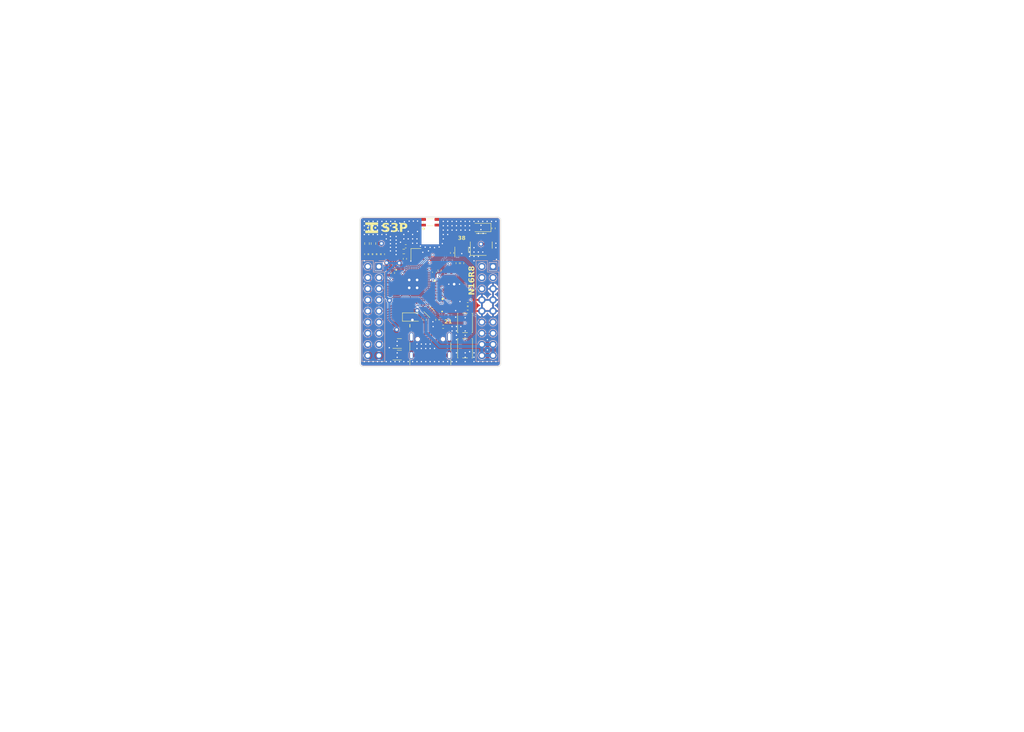
<source format=kicad_pcb>
(kicad_pcb (version 20221018) (generator pcbnew)
  (layers (0 "F.Cu" signal) (1 "In1.Cu" signal) (2 "In2.Cu" signal) (31 "B.Cu" signal) (34 "B.Paste" user) (35 "F.Paste" user) (36 "B.SilkS" user "B.Silkscreen") (37 "F.SilkS" user "F.Silkscreen") (38 "B.Mask" user) (39 "F.Mask" user) (44 "Edge.Cuts" user))
  (net 0 "")
  (net 1 "Net-(ANT1-FEED{slash}GND)")
  (net 2 "GND")
  (net 3 "/VDD_SPI")
  (net 4 "Net-(C3-Pad1)")
  (net 5 "/XTAL_N")
  (net 6 "+3V3")
  (net 7 "/VDD3P3")
  (net 8 "/VBUS")
  (net 9 "/VIN")
  (net 10 "/U3V3")
  (net 11 "/LNA_IN")
  (net 12 "Net-(C19-Pad1)")
  (net 13 "/RESET")
  (net 14 "/21")
  (net 15 "Net-(D4-A)")
  (net 16 "Net-(J1-CC1)")
  (net 17 "/D_P")
  (net 18 "/D_N")
  (net 20 "Net-(J1-CC2)")
  (net 22 "unconnected-(J1-SHIELD-PadS1)")
  (net 23 "/1")
  (net 24 "/4")
  (net 25 "/6")
  (net 26 "/8")
  (net 27 "/10")
  (net 28 "/11")
  (net 29 "/9")
  (net 30 "/7")
  (net 31 "/5")
  (net 32 "/2")
  (net 33 "/12")
  (net 34 "/14")
  (net 35 "/16")
  (net 36 "/18")
  (net 37 "/45")
  (net 38 "/47")
  (net 39 "/48")
  (net 40 "/17")
  (net 41 "/15")
  (net 42 "/13")
  (net 43 "Net-(Q1-B)")
  (net 44 "/SPIHD")
  (net 45 "Net-(U1-SPIHD)")
  (net 46 "/SPIWP")
  (net 47 "Net-(U1-SPIWP)")
  (net 48 "/SPICLK")
  (net 49 "Net-(U1-SPICLK)")
  (net 50 "/SPIQ")
  (net 51 "Net-(U1-SPIQ)")
  (net 52 "/SPID")
  (net 53 "Net-(U1-SPID)")
  (net 54 "/SPICS0")
  (net 55 "/XTAL_P")
  (net 56 "/PIEZO")
  (net 57 "/BOOT")
  (net 58 "/3")
  (net 59 "/D-")
  (net 60 "/D+")
  (net 61 "/SPICS1")
  (net 73 "Net-(D5-PadC)")
  (net 74 "/46")
  (footprint "Resistor_SMD:R_0402_1005Metric" (layer "F.Cu") (at 166.2975 71.9275 90)
    (fp_text reference "C1" hide)
    (fp_text value "0.1uF")
  )
  (footprint "ESP32-S2:QFN40P700X700X90-57N-D" (layer "F.Cu") (at 155.129 76.649999)
    (fp_text reference "U1" hide)
    (fp_text value "ESP32-S3R8" hide)
  )
  (footprint "Resistor_SMD:R_0201_0603Metric" (layer "F.Cu") (at 155.0525 63.2125)
    (fp_text reference "R10" hide)
    (fp_text value "0")
  )
  (footprint "Resistor_SMD:R_0201_0603Metric" (layer "F.Cu") (at 150.28 72.87 180)
    (fp_text reference "C18" hide)
    (fp_text value "2.7pF")
  )
  (footprint "Button_Switch_SMD:SW_SPST_PTS810" (layer "F.Cu") (at 166.957499 91.3425 90)
    (fp_text reference "SW1" hide)
    (fp_text value "SW_SPST")
  )
  (footprint "Resistor_SMD:R_0603_1608Metric" (layer "F.Cu") (at 152.995 69.26)
    (fp_text reference "C10" hide)
    (fp_text value "10uF")
  )
  (footprint "Package_TO_SOT_SMD:SOT-666" (layer "F.Cu") (at 158.791111 82.920971 135)
    (fp_text reference "U3" hide)
    (fp_text value "USBLC6-2P6")
  )
  (footprint "Resistor_SMD:R_0402_1005Metric" (layer "F.Cu") (at 165.285 71.9275 90)
    (fp_text reference "C2" hide)
    (fp_text value "1uF")
  )
  (footprint "Resistor_SMD:R_0402_1005Metric" (layer "F.Cu") (at 157.75 84.85 90)
    (fp_text reference "R9" hide)
    (fp_text value "5.1k")
  )
  (footprint "LTST-C190GKT:LEDC1608X35N" (layer "F.Cu") (at 159.98 73.99 90)
    (fp_text reference "D5" hide)
    (fp_text value "LTST-C190GKT")
  )
  (footprint "Resistor_SMD:R_0402_1005Metric" (layer "F.Cu") (at 146.330001 69.87 90)
    (fp_text reference "C8" hide)
    (fp_text value "0.1uF")
  )
  (footprint "Resistor_SMD:R_0402_1005Metric" (layer "F.Cu") (at 148.23 69.87 90)
    (fp_text reference "C11" hide)
    (fp_text value "0.1uF")
  )
  (footprint "logo:gaygaygaygay" (layer "F.Cu") (at 145.6725 63.8325)
    (fp_text reference "G***" hide)
    (fp_text value "LOGO" hide)
  )
  (footprint "Resistor_SMD:R_0201_0603Metric" (layer "F.Cu") (at 157.43 70.63 90)
    (fp_text reference "C4" hide)
    (fp_text value "12pF")
  )
  (footprint "Inductor_SMD:L_0201_0603Metric" (layer "F.Cu") (at 150.6 71.82 90)
    (fp_text reference "L2" hide)
    (fp_text value "2.4nH")
  )
  (footprint "2450AT18D0100:2450AT18D0100E" (layer "F.Cu") (at 159.0325 62.5825)
    (fp_text reference "ANT1" hide)
    (fp_text value "2450AT18D0100E" hide)
  )
  (footprint "Resistor_SMD:R_0402_1005Metric" (layer "F.Cu") (at 160.64 84.84 90)
    (fp_text reference "R8" hide)
    (fp_text value "5.1k")
  )
  (footprint "W25Q128JVPIQ:SON127P600X500X80-9N-D" (layer "F.Cu") (at 164.475 76.72 90)
    (fp_text reference "IC1" hide)
    (fp_text value "W25Q128JVPIQ" hide)
  )
  (footprint "Diode_SMD:Nexperia_CFP3_SOD-123W" (layer "F.Cu") (at 154.95 84.21)
    (fp_text reference "D1" hide)
    (fp_text value "PMEG6020AELR")
  )
  (footprint "Resistor_SMD:R_0402_1005Metric" (layer "F.Cu") (at 145.390002 69.87 90)
    (fp_text reference "C12" hide)
    (fp_text value "0.1uF")
  )
  (footprint "Connector_USB:USB_C_Receptacle_GCT_USB4105-xx-A_16P_TopMnt_Horizontal" (layer "F.Cu") (at 159.05 91.855)
    (fp_text reference "J1" hide)
    (fp_text value "USB_C_Receptacle_USB2.0")
  )
  (footprint "Resistor_SMD:R_0201_0603Metric" (layer "F.Cu") (at 154.07 70.695 -90)
    (fp_text reference "C3" hide)
    (fp_text value "12pF")
  )
  (footprint "Package_SON:WSON-6-1EP_2x2mm_P0.65mm_EP1x1.6mm_ThermalVias" (layer "F.Cu") (at 151.4875 92.9)
    (fp_text reference "U5" hide)
    (fp_text value "TLV76733DRVx")
  )
  (footprint "Resistor_SMD:R_0201_0603Metric" (layer "F.Cu") (at 160.5425 77.4425 180)
    (fp_text reference "R4" hide)
    (fp_text value "0")
  )
  (footprint "Resistor_SMD:R_0201_0603Metric" (layer "F.Cu") (at 156.1075 63.5375 -90)
    (fp_text reference "C21" hide)
    (fp_text value "NC")
  )
  (footprint "Button_Switch_SMD:SW_SPST_PTS810" (layer "F.Cu") (at 166.957499 85.560001 -90)
    (fp_text reference "SW2" hide)
    (fp_text value "SW_SPST")
  )
  (footprint "Resistor_SMD:R_0402_1005Metric" (layer "F.Cu") (at 167.577499 81.290001 180)
    (fp_text reference "C22" hide)
    (fp_text value "1uF")
  )
  (footprint "Resistor_SMD:R_0402_1005Metric" (layer "F.Cu") (at 147.280002 69.87 90)
    (fp_text reference "C9" hide)
    (fp_text value "1uF")
  )
  (footprint "Resistor_SMD:R_0201_0603Metric" (layer "F.Cu") (at 154.0025 63.5325 -90)
    (fp_text reference "C20" hide)
    (fp_text value "NC")
  )
  (footprint "Package_TO_SOT_SMD:SOT-23" (layer "F.Cu") (at 166.195 68.87 90)
    (fp_text reference "Q1" hide)
    (fp_text value "BC817-25L")
  )
  (footprint "Resistor_SMD:R_0402_1005Metric" (layer "F.Cu") (at 150.51 74.15 90)
    (fp_text reference "C7" hide)
    (fp_text value "0.1uF")
  )
  (footprint "Inductor_SMD:L_0402_1005Metric" (layer "F.Cu") (at 149.57 74.165 90)
    (fp_text reference "L1" hide)
    (fp_text value "2nH")
  )
  (footprint "Resistor_SMD:R_0201_0603Metric" (layer "F.Cu") (at 160.5425 78.1425 180)
    (fp_text reference "R3" hide)
    (fp_text value "0")
  )
  (footprint "Resistor_SMD:R_0402_1005Metric" (layer "F.Cu") (at 144.440003 69.87 90)
    (fp_text reference "C5" hide)
    (fp_text value "1uF")
  )
  (footprint "Diode_SMD:Nexperia_CFP3_SOD-123W" (layer "F.Cu") (at 170.611249 63.784999 180)
    (fp_text reference "D4" hide)
    (fp_text value "PMEG6020AELR")
  )
  (footprint "Resistor_SMD:R_0402_1005Metric" (layer "F.Cu") (at 161.17 73.56 90)
    (fp_text reference "R6" hide)
    (fp_text value "120")
  )
  (footprint "Resistor_SMD:R_0603_1608Metric" (layer "F.Cu") (at 144.6 67.45 -90)
    (fp_text reference "C14" hide)
    (fp_text value "1uF")
  )
  (footprint "Resistor_SMD:R_0603_1608Metric" (layer "F.Cu") (at 146.075001 67.45 -90)
    (fp_text reference "C16" hide)
    (fp_text value "1uF")
  )
  (footprint "Resistor_SMD:R_0201_0603Metric" (layer "F.Cu") (at 160.5475 79.2475 180)
    (fp_text reference "R2" hide)
    (fp_text value "0")
  )
  (footprint "CG0603MLU-24E:DIONC1608X55N" (layer "F.Cu") (at 154.38 86.21)
    (fp_text reference "D2" hide)
    (fp_text value "CG0603MLU-24E" hide)
  )
  (footprint "Resistor_SMD:R_0201_0603Metric" (layer "F.Cu") (at 149.05 70.1 90)
    (fp_text reference "C6" hide)
    (fp_text value "10nF")
  )
  (footprint "CMT-0525-75-SMT-TR:XDCR_CMT-0525-75-SMT-TR" (layer "F.Cu") (at 170.654997 67.6475 -90)
    (fp_text reference "LS1" hide)
    (fp_text value "CMT-0525-75-SMT-TR")
  )
  (footprint "Resistor_SMD:R_0402_1005Metric" (layer "F.Cu") (at 173.47 63.9675 -90)
    (fp_text reference "C17" hide)
    (fp_text value "2.2uF")
  )
  (footprint "Resistor_SMD:R_0201_0603Metric" (layer "F.Cu") (at 150.92 70.7675)
    (fp_text reference "C19" hide)
    (fp_text value "2.4pF")
  )
  (footprint "Crystal:Crystal_SMD_2016-4Pin_2.0x1.6mm" (layer "F.Cu") (at 155.78 69.94 -90)
    (fp_text reference "Y1" hide)
    (fp_text value "ECS-400-10-37B2-CKM-TR")
  )
  (footprint "Resistor_SMD:R_0201_0603Metric" (layer "F.Cu") (at 160.5425 76.74 180)
    (fp_text reference "R5" hide)
    (fp_text value "0")
  )
  (footprint "Resistor_SMD:R_0402_1005Metric" (layer "F.Cu") (at 153.435 68.06)
    (fp_text reference "C15" hide)
    (fp_text value "2.2uF")
  )
  (footprint "Resistor_SMD:R_0402_1005Metric" (layer "F.Cu") (at 153.25 70.92 90)
    (fp_text reference "R7" hide)
    (fp_text value "22")
  )
  (footprint "Resistor_SMD:R_0402_1005Metric" (layer "F.Cu") (at 161.97 86.42)
    (fp_text reference "C13" hide)
    (fp_text value "0.1uF")
  )
  (footprint "Resistor_SMD:R_0201_0603Metric" (layer "F.Cu") (at 160.006048 80.956048 135)
    (fp_text reference "R13" hide)
    (fp_text value "100K")
  )
  (footprint "SK6805-EC15:SK6805-EC15" (layer "F.Cu") (at 163.14 83.45)
    (fp_text reference "U2" hide)
    (fp_text value "4492")
  )
  (footprint "Resistor_SMD:R_0402_1005Metric" (layer "F.Cu") (at 164.01 69.59 90)
    (fp_text reference "R12" hide)
    (fp_text value "422")
  )
  (footprint "Package_SON:WSON-6-1EP_2x2mm_P0.65mm_EP1x1.6mm_ThermalVias" (layer "F.Cu") (at 151.4875 90.25)
    (fp_text reference "U4" hide)
    (fp_text value "TLV76733DRVx")
  )
  (footprint "Resistor_SMD:R_0402_1005Metric" (layer "F.Cu") (at 167.5775 82.24)
    (fp_text reference "R11" hide)
    (fp_text value "10K")
  )
  (footprint "Resistor_SMD:R_0201_0603Metric" (layer "F.Cu") (at 160.5475 79.9475 180)
    (fp_text reference "R1" hide)
    (fp_text value "0")
  )
  (footprint "Connector_PinHeader_2.54mm:PinHeader_2x09_P2.54mm_Vertical" (layer "B.Cu") (at 173.34 72.68 180)
    (fp_text reference "J3" hide)
    (fp_text value "Conn_02x09_Odd_Even")
  )
  (footprint "Connector_PinHeader_2.54mm:PinHeader_2x09_P2.54mm_Vertical" (layer "B.Cu") (at 147.32 72.68 180)
    (fp_text reference "J2" hide)
    (fp_text value "Conn_02x09_Odd_Even")
  )
  (gr_circle (center 157.52 64.05) (end 157.672643 64.05) (stroke (width 0.3)) (fill none) (layer "F.SilkS"))
  (gr_arc (start 174.34875 61.3825) (mid 174.87908 61.60217) (end 175.09875 62.1325) (stroke (width 0.1)) (layer "Edge.Cuts"))
  (gr_line (start 175.09875 62.1325) (end 175.12125 94.78) (stroke (width 0.1)) (layer "Edge.Cuts"))
  (gr_arc (start 142.96625 62.1325) (mid 143.18592 61.60217) (end 143.71625 61.3825) (stroke (width 0.1)) (layer "Edge.Cuts"))
  (gr_line (start 174.34875 61.3825) (end 143.71625 61.3825) (stroke (width 0.1)) (layer "Edge.Cuts"))
  (gr_line (start 142.98875 94.78) (end 142.96625 62.1325) (stroke (width 0.1)) (layer "Edge.Cuts"))
  (gr_line (start 174.37125 95.53) (end 143.73875 95.53) (stroke (width 0.1)) (layer "Edge.Cuts"))
  (gr_arc (start 143.73875 95.53) (mid 143.208452 95.310312) (end 142.98875 94.78) (stroke (width 0.1)) (layer "Edge.Cuts"))
  (gr_arc (start 175.12125 94.78) (mid 174.901583 95.310348) (end 174.37125 95.53) (stroke (width 0.1)) (layer "Edge.Cuts"))
  (gr_text "S3P" (at 147.9 65.125) (layer "F.SilkS") (effects (font (size 2 2) (thickness 0.3) bold) (justify left bottom)))
  (gr_text "38" (at 166.2 66.76) (layer "F.SilkS") (effects (font (size 0.9 0.9) (thickness 0.225) bold) (justify bottom)))
  (gr_text "21" (at 163.12 85.83) (layer "F.SilkS") (effects (font (size 0.9 0.9) (thickness 0.225) bold) (justify bottom)))
  (gr_text "N16R8" (at 169.2875 79.2425 90) (layer "F.SilkS") (effects (font (size 1.3 1.3) (thickness 0.225) bold) (justify left bottom)))
  (segment (start 156.1225 63.2325) (end 156.1075 63.2175) (width 0.183) (layer "F.Cu") (net 1))
  (segment (start 156.1025 63.2125) (end 156.1075 63.2175) (width 0.183) (layer "F.Cu") (net 1))
  (segment (start 157.5325 63.2325) (end 156.1225 63.2325) (width 0.183) (layer "F.Cu") (net 1))
  (segment (start 155.3725 63.2125) (end 156.1025 63.2125) (width 0.183) (layer "F.Cu") (net 1))
  (segment (start 156.33 69.24) (end 157.13 69.24) (width 0.2) (layer "F.Cu") (net 2))
  (segment (start 157.13 69.24) (end 157.33 69.44) (width 0.2) (layer "F.Cu") (net 2))
  (segment (start 166.38 80.085) (end 166.38 79.57) (width 0.2) (layer "F.Cu") (net 2))
  (segment (start 159.873003 82.482583) (end 160.64 83.24958) (width 0.3) (layer "F.Cu") (net 2))
  (segment (start 154.497448 70.64) (end 155.23 70.64) (width 0.2) (layer "F.Cu") (net 2))
  (segment (start 157.43 69.54) (end 157.33 69.44) (width 0.2) (layer "F.Cu") (net 2))
  (segment (start 158.822913 83.242723) (end 157.75 84.315636) (width 0.3) (layer "F.Cu") (net 2))
  (segment (start 159.112863 82.952773) (end 159.583053 82.482583) (width 0.3) (layer "F.Cu") (net 2))
  (segment (start 154.122448 71.015) (end 154.497448 70.64) (width 0.2) (layer "F.Cu") (net 2))
  (segment (start 160.64 83.24958) (end 160.64 84.33) (width 0.3) (layer "F.Cu") (net 2))
  (segment (start 154.07 71.015) (end 154.122448 71.015) (width 0.2) (layer "F.Cu") (net 2))
  (segment (start 154.495 71.44) (end 154.6 71.44) (width 0.2) (layer "F.Cu") (net 2))
  (segment (start 159.112863 83.242723) (end 158.822913 83.242723) (width 0.3) (layer "F.Cu") (net 2))
  (segment (start 159.445185 83.575045) (end 159.112863 83.242723) (width 0.3) (layer "F.Cu") (net 2))
  (segment (start 165.8025 80.6625) (end 166.38 80.085) (width 0.2) (layer "F.Cu") (net 2))
  (segment (start 157.43 70.31) (end 157.43 69.54) (width 0.2) (layer "F.Cu") (net 2))
  (segment (start 160.58 84.33) (end 159.63 85.28) (width 0.3) (layer "F.Cu") (net 2))
  (segment (start 159.583053 82.482583) (end 159.873003 82.482583) (width 0.3) (layer "F.Cu") (net 2))
  (segment (start 154.07 71.015) (end 154.495 71.44) (width 0.2) (layer "F.Cu") (net 2))
  (segment (start 160.64 84.33) (end 160.58 84.33) (width 0.3) (layer "F.Cu") (net 2))
  (segment (start 159.112863 83.242723) (end 159.112863 82.952773) (width 0.3) (layer "F.Cu") (net 2))
  (segment (start 157.75 84.315636) (end 157.75 84.34) (width 0.3) (layer "F.Cu") (net 2))
  (via (at 173 62.38) (size 0.6) (drill 0.3) (layers "F.Cu" "B.Cu") (net 2))
  (via (at 169 68.38) (size 0.6) (drill 0.3) (layers "F.Cu" "B.Cu") (net 2))
  (via (at 156 90.38) (size 0.6) (drill 0.3) (layers "F.Cu" "B.Cu") (net 2))
  (via (at 164 63.38) (size 0.6) (drill 0.3) (layers "F.Cu" "B.Cu") (net 2))
  (via (at 149.95 65.8375) (size 0.6) (drill 0.3) (layers "F.Cu" "B.Cu") (net 2))
  (via (at 162 65.38) (size 0.6) (drill 0.3) (layers "F.Cu" "B.Cu") (net 2))
  (via (at 151.49 92.4) (size 0.6) (drill 0.3) (layers "F.Cu" "B.Cu") (net 2))
  (via (at 170 69.38) (size 0.6) (drill 0.3) (layers "F.Cu" "B.Cu") (net 2))
  (via (at 144 65.38) (size 0.6) (drill 0.3) (layers "F.Cu" "B.Cu") (net 2))
  (via (at 145 94.38) (size 0.6) (drill 0.3) (layers "F.Cu" "B.Cu") (net 2))
  (via (at 167 92.38) (size 0.6) (drill 0.3) (layers "F.Cu" "B.Cu") (net 2))
  (via (at 154.229 77.549999) (size 1.2) (drill 0.6) (layers "F.Cu" "B.Cu") (net 2))
  (via (at 167 62.38) (size 0.6) (drill 0.3) (layers "F.Cu" "B.Cu") (net 2))
  (via (at 167 93.38) (size 0.6) (drill 0.3) (layers "F.Cu" "B.Cu") (net 2))
  (via (at 168 92.11) (size 0.6) (drill 0.3) (layers "F.Cu" "B.Cu") (net 2))
  (via (at 172.06 91.7) (size 0.6) (drill 0.3) (layers "F.Cu" "B.Cu") (net 2))
  (via (at 145 64.38) (size 0.6) (drill 0.3) (layers "F.Cu" "B.Cu") (net 2))
  (via (at 165 89.38) (size 0.6) (drill 0.3) (layers "F.Cu" "B.Cu") (net 2))
  (via (at 150 62.38) (size 0.6) (drill 0.3) (layers "F.Cu" "B.Cu") (net 2))
  (via (at 172.06 89.36) (size 0.6) (drill 0.3) (layers "F.Cu" "B.Cu") (net 2))
  (via (at 150.836347 63.682189) (size 0.6) (drill 0.3) (layers "F.Cu" "B.Cu") (net 2))
  (via (at 154 66.38) (size 0.6) (drill 0.3) (layers "F.Cu" "B.Cu") (net 2))
  (via (at 170 65.14) (size 0.6) (drill 0.3) (layers "F.Cu" "B.Cu") (net 2))
  (via (at 165 86.38) (size 0.6) (drill 0.3) (layers "F.Cu" "B.Cu") (net 2))
  (via (at 169 62.38) (size 0.6) (drill 0.3) (layers "F.Cu" "B.Cu") (net 2))
  (via (at 169 70.38) (size 0.6) (drill 0.3) (layers "F.Cu" "B.Cu") (net 2))
  (via (at 152.052374 62.795747) (size 0.6) (drill 0.3) (layers "F.Cu" "B.Cu") (net 2))
  (via (at 174 62.38) (size 0.6) (drill 0.3) (layers "F.Cu" "B.Cu") (net 2))
  (via (at 144 62.38) (size 0.6) (drill 0.3) (layers "F.Cu" "B.Cu") (net 2))
  (via (at 165 92.38) (size 0.6) (drill 0.3) (layers "F.Cu" "B.Cu") (net 2))
  (via (at 148 63.38) (size 0.6) (drill 0.3) (layers "F.Cu" "B.Cu") (net 2))
  (via (at 154.22 62.33) (size 0.6) (drill 0.3) (layers "F.Cu" "B.Cu") (net 2))
  (via (at 161.06 68.23) (size 0.6) (drill 0.3) (layers "F.Cu" "B.Cu") (net 2))
  (via (at 156.13 62.31) (size 0.6) (drill 0.3) (layers "F.Cu" "B.Cu") (net 2))
  (via (at 144 63.38) (size 0.6) (drill 0.3) (layers "F.Cu" "B.Cu") (net 2))
  (via (at 148 94.38) (size 0.6) (drill 0.3) (layers "F.Cu" "B.Cu") (net 2))
  (via (at 153.13 62.48) (size 0.6) (drill 0.3) (layers "F.Cu" "B.Cu") (net 2))
  (via (at 151.25 67.480833) (size 0.6) (drill 0.3) (layers "F.Cu" "B.Cu") (net 2))
  (via (at 157.88 68.27) (size 0.6) (drill 0.3) (layers "F.Cu" "B.Cu") (net 2))
  (via (at 155 94.38) (size 0.6) (drill 0.3) (layers "F.Cu" "B.Cu") (net 2))
  (via (at 163 63.38) (size 0.6) (drill 0.3) (layers "F.Cu" "B.Cu") (net 2))
  (via (at 168 70.38) (size 0.6) (drill 0.3) (layers "F.Cu" "B.Cu") (net 2))
  (via (at 145 63.38) (size 0.6) (drill 0.3) (layers "F.Cu" "B.Cu") (net 2))
  (via (at 159.63 85.28) (size 0.6) (drill 0.3) (layers "F.Cu" "B.Cu") (net 2))
  (via (at 149 66.38) (size 0.6) (drill 0.3) (layers "F.Cu" "B.Cu") (net 2))
  (via (at 172 62.38) (size 0.6) (drill 0.3) (layers "F.Cu" "B.Cu") (net 2))
  (via (at 154.955 84.8725) (size 1.2) (drill 0.6) (layers "F.Cu" "B.Cu") (net 2))
  (via (at 170.6 63.28) (size 0.6) (drill 0.3) (layers "F.Cu" "B.Cu") (net 2))
  (via (at 169 92.38) (size 0.6) (drill 0.3) (layers "F.Cu" "B.Cu") (net 2))
  (via (at 171.09 65.14) (size 0.6) (drill 0.3) (layers "F.Cu" "B.Cu") (net 2))
  (via (at 161.79 67.46) (size 0.6) (drill 0.3) (layers "F.Cu" "B.Cu") (net 2))
  (via (at 158.62 69.124) (size 0.6) (drill 0.3) (layers "F.Cu" "B.Cu") (net 2))
  (via (at 166 64.38) (size 0.6) (drill 0.3) (layers "F.Cu" "B.Cu") (net 2))
  (via (at 164 86.38) (size 0.6) (drill 0.3) (layers "F.Cu" "B.Cu") (net 2))
  (via (at 158 91.38) (size 0.6) (drill 0.3) (layers "F.Cu" "B.Cu") (net 2))
  (via (at 154.01 64.68) (size 0.6) (drill 0.3) (layers "F.Cu" "B.Cu") (net 2))
  (via (at 158.994 68.319) (size 0.6) (drill 0.3) (layers "F.Cu" "B.Cu") (net 2))
  (via (at 169 93.38) (size 0.6) (drill 0.3) (layers "F.Cu" "B.Cu") (net 2))
  (via (at 168 69.38) (size 0.6) (drill 0.3) (layers "F.Cu" "B.Cu") (net 2))
  (via (at 167 64.38) (size 0.6) (drill 0.3) (layers "F.Cu" "B.Cu") (net 2))
  (via (at 143.95 76.52) (size 0.6) (drill 0.3) (layers "F.Cu" "B.Cu") (net 2))
  (via (at 162 64.38) (size 0.6) (drill 0.3) (layers "F.Cu" "B.Cu") (net 2))
  (via (at 156 66.38) (size 0.6) (drill 0.3) (layers "F.Cu" "B.Cu") (net 2))
  (via (at 156.11 64.68) (size 0.6) (drill 0.3) (layers "F.Cu" "B.Cu") (net 2))
  (via (at 170 62.38) (size 0.6) (drill 0.3) (layers "F.Cu" "B.Cu") (net 2))
  (via (at 159 91.38) (size 0.6) (drill 0.3) (layers "F.Cu" "B.Cu") (net 2))
  (via (at 151.25 65.8375) (size 0.6) (drill 0.3) (layers "F.Cu" "B.Cu") (net 2))
  (via (at 156 94.38) (size 0.6) (drill 0.3) (layers "F.Cu" "B.Cu") (net 2))
  (via (at 149 64.38) (size 0.6) (drill 0.3) (layers "F.Cu" "B.Cu") (net 2))
  (via (at 149.69 91.22) (size 0.6) (drill 0.3) (layers "F.Cu" "B.Cu") (net 2))
  (via (at 165 62.38) (size 0.6) (drill 0.3) (layers "F.Cu" "B.Cu") (net 2))
  (via (at 168 64.38) (size 0.6) (drill 0.3) (layers "F.Cu" "B.Cu") (net 2))
  (via (at 164 87.38) (size 0.6) (drill 0.3) (layers "F.Cu" "B.Cu") (net 2))
  (via (at 162 66.38) (size 0.6) (drill 0.3) (layers "F.Cu" "B.Cu") (net 2))
  (via (at 168 68.38) (size 0.6) (drill 0.3) (layers "F.Cu" "B.Cu") (net 2))
  (via (at 169 71.38) (size 0.6) (drill 0.3) (layers "F.Cu" "B.Cu") (net 2))
  (via (at 165 63.38) (size 0.6) (drill 0.3) (layers "F.Cu" "B.Cu") (net 2))
  (via (at 150 94.38) (size 0.6) (drill 0.3) (layers "F.Cu" "B.Cu") (net 2))
  (via (at 147 65.38) (size 0.6) (drill 0.3) (layers "F.Cu" "B.Cu") (net 2))
  (via (at 147 62.38) (size 0.6) (drill 0.3) (layers "F.Cu" "B.Cu") (net 2))
  (via (at 155 65.38) (size 0.6) (drill 0.3) (layers "F.Cu" "B.Cu") (net 2))
  (via (at 158 90.38) (size 0.6) (drill 0.3) (layers "F.Cu" "B.Cu") (net 2))
  (via (at 165.7 76.72) (size 0.6) (drill 0.3) (layers "F.Cu" "B.Cu") (net 2))
  (via (at 156.029 77.549999) (size 1.2) (drill 0.6) (layers "F.Cu" "B.Cu") (net 2))
  (via (at 144 94.38) (size 0.6) (drill 0.3) (layers "F.Cu" "B.Cu") (net 2))
  (via (at 147 64.38) (size 0.6) (drill 0.3) (layers "F.Cu" "B.Cu") (net 2))
  (via (at 158 94.38) (size 0.6) (drill 0.3) (layers "F.Cu" "B.Cu") (net 2))
  (via (at 162 62.38) (size 0.6) (drill 0.3) (layers "F.Cu" "B.Cu") (net 2))
  (via (at 149.95 67.480833) (size 0.6) (drill 0.3) (layers "F.Cu" "B.Cu") (net 2))
  (via (at 145 65.38) (size 0.6) (drill 0.3) (layers "F.Cu" "B.Cu") (net 2))
  (via (at 146 62.38) (size 0.6) (drill 0.3) (layers "F.Cu" "B.Cu") (net 2))
  (via (at 148 65.38) (size 0.6) (drill 0.3) (layers "F.Cu" "B.Cu") (net 2))
  (via (at 167 88.38) (size 0.6) (drill 0.3) (layers "F.Cu" "B.Cu") (net 2))
  (via (at 164 64.38) (size 0.6) (drill 0.3) (layers "F.Cu" "B.Cu") (net 2))
  (via (at 164.83 84.23) (size 0.6) (drill 0.3) (layers "F.Cu" "B.Cu") (net 2))
  (via (at 161 94.38) (size 0.6) (drill 0.3) (layers "F.Cu" "B.Cu") (net 2))
  (via (at 155.18 62.32) (size 0.6) (drill 0.3) (layers "F.Cu" "B.Cu") (net 2))
  (via (at 148 64.38) (size 0.6) (drill 0.3) (layers "F.Cu" "B.Cu") (net 2))
  (via (at 147 94.38) (size 0.6) (drill 0.3) (layers "F.Cu" "B.Cu") (net 2))
  (via (at 165 88.38) (size 0.6) (drill 0.3) (layers "F.Cu" "B.Cu") (net 2))
  (via (at 166 63.38) (size 0.6) (drill 0.3) (layers "F.Cu" "B.Cu") (net 2))
  (via (at 169 69.38) (size 0.6) (drill 0.3) (layers "F.Cu" "B.Cu") (net 2))
  (via (at 174 67.38) (size 0.6) (drill 0.3) (layers "F.Cu" "B.Cu") (net 2))
  (via (at 166 62.38) (size 0.6) (drill 0.3) (layers "F.Cu" "B.Cu") (net 2))
  (via (at 163.25 76.72) (size 0.6) (drill 0.3) (layers "F.Cu" "B.Cu") (net 2))
  (via (at 149.95 66.659166) (size 0.6) (drill 0.3) (layers "F.Cu" "B.Cu") (net 2))
  (via (at 151.48 90.75) (size 0.6) (drill 0.3) (layers "F.Cu" "B.Cu") (net 2))
  (via (at 153.240952 63.862302) (size 0.6) (drill 0.3) (layers "F.Cu" "B.Cu") (net 2))
  (via (at 149 63.38) (size 0.6) (drill 0.3) (layers "F.Cu" "B.Cu") (net 2))
  (via (at 171 62.38) (size 0.6) (drill 0.3) (layers "F.Cu" "B.Cu") (net 2))
  (via (at 148 62.38) (size 0.6) (drill 0.3) (layers "F.Cu" "B.Cu") (net 2))
  (via (at 160 68.38) (size 0.6) (drill 0.3) (layers "F.Cu" "B.Cu") (net 2))
  (via (at 146 65.38) (size 0.6) (drill 0.3) (layers "F.Cu" "B.Cu") (net 2))
  (via (at 157 90.38) (size 0.6) (drill 0.3) (layers "F.Cu" "B.Cu") (net 2))
  (via (at 151 94.38) (size 0.6) (drill 0.3) (layers "F.Cu" "B.Cu") (net 2))
  (via (at 153 65.38) (size 0.6) (drill 0.3) (layers "F.Cu" "B.Cu") (net 2))
  (via (at 160 91.38) (size 0.6) (drill 0.3) (layers "F.Cu" "B.Cu") (net 2))
  (via (at 174 94.38) (size 0.6) (drill 0.3) (layers "F.Cu" "B.Cu") (net 2))
  (via (at 162 63.38) (size 0.6) (drill 0.3) (layers "F.Cu" "B.Cu") (net 2))
  (via (at 157.33 69.44) (size 0.6) (drill 0.3) (layers "F.Cu" "B.Cu") (net 2))
  (via (at 164.475 76.72) (size 1.2) (drill 0.6) (layers "F.Cu" "B.Cu") (net 2))
  (via (at 146 64.38) (size 0.6) (drill 0.3) (layers "F.Cu" "B.Cu") (net 2))
  (via (at 156.029 75.749999) (size 1.2) (drill 0.6) (layers "F.Cu" "B.Cu") (net 2))
  (via (at 151.25 69.124166) (size 0.6) (drill 0.3) (layers "F.Cu" "B.Cu") (net 2))
  (via (at 153 94.38) (size 0.6) (drill 0.3) (layers "F.Cu" "B.Cu") (net 2))
  (via (at 151.25 66.659166) (size 0.6) (drill 0.3) (layers "F.Cu" "B.Cu") (net 2))
  (via (at 167 94.38) (size 0.6) (drill 0.3) (layers "F.Cu" "B.Cu") (net 2))
  (via (at 151.48 89.75) (size 0.6) (drill 0.3) (layers "F.Cu" "B.Cu") (net 2))
  (via (at 151.25 69.945833) (size 0.6) (drill 0.3) (layers "F.Cu" "B.Cu") (net 2))
  (via (at 155 67.38) (size 0.6) (drill 0.3) (layers "F.Cu" "B.Cu") (net 2))
  (via (at 154 94.38) (size 0.6) (drill 0.3) (layers "F.Cu" "B.Cu") (net 2))
  (via (at 151.777865 64.578595) (size 0.6) (drill 0.3) (layers "F.Cu" "B.Cu") (net 2))
  (via (at 173 94.38) (size 0.6) (drill 0.3) (layers "F.Cu" "B.Cu") (net 2))
  (via (at 162 94.38) (size 0.6) (drill 0.3) (layers "F.Cu" "B.Cu") (net 2))
  (via (at 166.21 69.74) (size 0.6) (drill 0.3) (layers "F.Cu" "B.Cu") (net 2))
  (via (at 146 94.38) (size 0.6) (drill 0.3) (layers "F.Cu" "B.Cu") (net 2))
  (via (at 165.8025 80.6625) (size 0.6) (drill 0.3) (layers "F.Cu" "B.Cu") (net 2))
  (via (at 151.49 93.4) (size 0.6) (drill 0.3) (layers "F.Cu" "B.Cu") (net 2))
  (via (at 163 64.38) (size 0.6) (drill 0.3) (layers "F.Cu" "B.Cu") (net 2))
  (via (at 154.229 75.749999) (size 1.2) (drill 0.6) (layers "F.Cu" "B.Cu") (net 2))
  (via (at 165 64.38) (size 0.6) (drill 0.3) (layers "F.Cu" "B.Cu") (net 2))
  (via (at 151.25 68.3025) (size 0.6) (drill 0.3) (layers "F.Cu" "B.Cu") (net 2))
  (via (at 174 68.38) (size 0.6) (drill 0.3) (layers "F.Cu" "B.Cu") (net 2))
  (via (at 150.183247 64.664873) (size 0.6) (drill 0.3) (layers "F.Cu" "B.Cu") (net 2))
  (via (at 149 65.38) (size 0.6) (drill 0.3) (layers "F.Cu" "B.Cu") (net 2))
  (via (at 166 86.38) (size 0.6) (drill 0.3) (layers "F.Cu" "B.Cu") (net 2))
  (via (at 164 62.38) (size 0.6) (drill 0.3) (layers "F.Cu" "B.Cu") (net 2))
  (via (at 167 63.38) (size 0.6) (drill 0.3) (layers "F.Cu" "B.Cu") (net 2))
  (via (at 149 94.38) (size 0.6) (drill 0.3) (layers "F.Cu" "B.Cu") (net 2))
  (via (at 168 62.38) (size 0.6) (drill 0.3) (layers "F.Cu" "B.Cu") (net 2))
  (via (at 169 94.38) (size 0.6) (drill 0.3) (layers "F.Cu" "B.Cu") (net 2))
  (via (at 171 94.38) (size 0.6) (drill 0.3) (layers "F.Cu" "B.Cu") (net 2))
  (via (at 159 94.38) (size 0.6) (drill 0.3) (layers "F.Cu" "B.Cu") (net 2))
  (via (at 159 90.38) (size 0.6) (drill 0.3) (layers "F.Cu" "B.Cu") (net 2))
  (via (at 174.13 71.06) (size 0.6) (drill 0.3) (layers "F.Cu" "B.Cu") (net 2))
  (via (at 152.24 67.14) (size 0.6) (drill 0.3) (layers "F.Cu" "B.Cu") (net 2))
  (via (at 163 65.38) (size 0.6) (drill 0.3) (layers "F.Cu" "B.Cu") (net 2))
  (via (at 157 94.38) (size 0.6) (drill 0.3) (layers "F.Cu" "B.Cu") (net 2))
  (via (at 146 63.38) (size 0.6) (drill 0.3) (layers "F.Cu" "B.Cu") (net 2))
  (via (at 150 63.38) (size 0.6) (drill 0.3) (layers "F.Cu" "B.Cu") (net 2))
  (via (at 167 87.38) (size 0.6) (drill 0.3) (layers "F.Cu" "B.Cu") (net 2))
  (via (at 171 69.38) (size 0.6) (drill 0.3) (layers "F.Cu" "B.Cu") (net 2))
  (via (at 151 62.38) (size 0.6) (drill 0.3) (layers "F.Cu" "B.Cu") (net 2))
  (via (at 159.69 86.4) (size 0.6) (drill 0.3) (layers "F.Cu" "B.Cu") (net 2))
  (via (at 165 94.38) (size 0.6) (drill 0.3) (layers "F.Cu" "B.Cu") (net 2))
  (via (at 145 62.38) (size 0.6) (drill 0.3) (layers "F.Cu" "B.Cu") (net 2))
  (via (at 154.6 71.44) (size 0.6) (drill 0.3) (layers "F.Cu" "B.Cu") (net 2))
  (via (at 168 63.38) (size 0.6) (drill 0.3) (layers "F.Cu" "B.Cu") (net 2))
  (via (at 157 91.38) (size 0.6) (drill 0.3) (layers "F.Cu" "B.Cu") (net 2))
  (via (at 170 94.38) (size 0.6) (drill 0.3) (layers "F.Cu" "B.Cu") (net 2))
  (via (at 160 94.38) (size 0.6) (drill 0.3) (layers "F.Cu" "B.Cu") (net 2))
  (via (at 163 94.38) (size 0.6) (drill 0.3) (layers "F.Cu" "B.Cu") (net 2))
  (via (at 167 84.38) (size 0.6) (drill 0.3) (layers "F.Cu" "B.Cu") (net 2))
  (via (at 164.82 82.75) (size 0.6) (drill 0.3) (layers "F.Cu" "B.Cu") (net 2))
  (via (at 153 66.38) (size 0.6) (drill 0.3) (layers "F.Cu" "B.Cu") (net 2))
  (via (at 164 94.38) (size 0.6) (drill 0.3) (layers "F.Cu" "B.Cu") (net 2))
  (via (at 170 70.38) (size 0.6) (drill 0.3) (layers "F.Cu" "B.Cu") (net 2))
  (via (at 147 63.38) (size 0.6) (drill 0.3) (layers "F.Cu" "B.Cu") (net 2))
  (via (at 156 91.38) (size 0.6) (drill 0.3) (layers "F.Cu" "B.Cu") (net 2))
  (via (at 165 87.38) (size 0.6) (drill 0.3) (layers "F.Cu" "B.Cu") (net 2))
  (via (at 156.79 68.02) (size 0.6) (drill 0.3) (layers "F.Cu" "B.Cu") (net 2))
  (via (at 155 66.38) (size 0.6) (drill 0.3) (layers "F.Cu" "B.Cu") (net 2))
  (via (at 172 94.38) (size 0.6) (drill 0.3) (layers "F.Cu" "B.Cu") (net 2))
  (via (at 163 62.38) (size 0.6) (drill 0.3) (layers "F.Cu" "B.Cu") (net 2))
  (via (at 144 64.38) (size 0.6) (drill 0.3) (layers "F.Cu" "B.Cu") (net 2))
  (via (at 156 67.38) (size 0.6) (drill 0.3) (layers "F.Cu" "B.Cu") (net 2))
  (via (at 149.95 68.3025) (size 0.6) (drill 0.3) (layers "F.Cu" "B.Cu") (net 2))
  (via (at 152 94.38) (size 0.6) (drill 0.3) (layers "F.Cu" "B.Cu") (net 2))
  (via (at 144 71.38) (size 0.6) (drill 0.3) (layers "F.Cu" "B.Cu") (net 2))
  (via (at 149 62.38) (size 0.6) (drill 0.3) (layers "F.Cu" "B.Cu") (net 2))
  (via (at 170.58 64.25) (size 0.6) (drill 0.3) (layers "F.Cu" "B.Cu") (net 2))
  (via (at 149.95 69.124166) (size 0.6) (drill 0.3) (layers "F.Cu" "B.Cu") (net 2))
  (segment (start 162.57 71.73) (end 162.57 73.87) (width 0.2) (layer "F.Cu") (net 3))
  (segment (start 165.285 72.4375) (end 165.0375 72.4375) (width 0.2) (layer "F.Cu") (net 3))
  (segment (start 167.46 73.26217) (end 166.63533 72.4375) (width 0.2) (layer "F.Cu") (net 3))
  (segment (start 158.579 79.529) (end 158.579 79.249999) (width 0.2) (layer "F.Cu") (net 3))
  (segment (start 165.0375 72.4375) (end 163.8 71.2) (width 0.2) (layer "F.Cu") (net 3))
  (segment (start 166.2975 72.4375) (end 165.285 72.4375) (width 0.2) (layer "F.Cu") (net 3))
  (segment (start 159.779774 80.729774) (end 158.579 79.529) (width 0.2) (layer "F.Cu") (net 3))
  (segment (start 159.779774 80.729774) (end 159.816861 80.692687) (width 0.2) (layer "F.Cu") (net 3))
  (segment (start 159.816861 80.692687) (end 160.346557 80.692687) (width 0.2) (layer "F.Cu") (net 3))
  (segment (start 161.51887 81.865) (end 165.615 81.865) (width 0.2) (layer "F.Cu") (net 3))
  (segment (start 165.615 81.865) (end 167.46 80.02) (width 0.2) (layer "F.Cu") (net 3))
  (segment (start 163.1 71.2) (end 162.57 71.73) (width 0.2) (layer "F.Cu") (net 3))
  (segment (start 166.63533 72.4375) (end 166.2975 72.4375) (width 0.2) (layer "F.Cu") (net 3))
  (segment (start 160.346557 80.692687) (end 161.51887 81.865) (width 0.2) (layer "F.Cu") (net 3))
  (segment (start 167.46 80.02) (end 167.46 73.26217) (width 0.2) (layer "F.Cu") (net 3))
  (segment (start 163.8 71.2) (end 163.1 71.2) (width 0.2) (layer "F.Cu") (net 3))
  (segment (start 153.25 70.41) (end 154.035 70.41) (width 0.15) (layer "F.Cu") (net 4))
  (segment (start 154.095 70.375) (end 155.23 69.24) (width 0.15) (layer "F.Cu") (net 4))
  (segment (start 154.07 70.375) (end 154.095 70.375) (width 0.15) (layer "F.Cu") (net 4))
  (segment (start 154.035 70.41) (end 154.07 70.375) (width 0.15) (layer "F.Cu") (net 4))
  (segment (start 157.19 70.95) (end 156.88 70.64) (width 0.15) (layer "F.Cu") (net 5))
  (segment (start 154.351525 72.018999) (end 153.729 72.641524) (width 0.15) (layer "F.Cu") (net 5))
  (segment (start 157.43 70.95) (end 157.19 70.95) (width 0.15) (layer "F.Cu") (net 5))
  (segment (start 153.729 72.641524) (end 153.729 73.199999) (width 0.15) (layer "F.Cu") (net 5))
  (segment (start 155.561001 72.018999) (end 154.351525 72.018999) (width 0.15) (layer "F.Cu") (net 5))
  (segment (start 156.33 71.25) (end 155.561001 72.018999) (width 0.15) (layer "F.Cu") (net 5))
  (segment (start 156.33 70.64) (end 156.33 71.25) (width 0.15) (layer "F.Cu") (net 5))
  (segment (start 156.88 70.64) (end 156.33 70.64) (width 0.15) (layer "F.Cu") (net 5))
  (segment (start 149.4 71.49) (end 149.4 70.787) (width 0.6) (layer "F.Cu") (net 6))
  (segment (start 144.440003 70.38) (end 148.23 70.38) (width 0.6) (layer "F.Cu") (net 6))
  (segment (start 151.955 71.905) (end 152.73 72.68) (width 0.6) (layer "F.Cu") (net 6))
  (segment (start 154.529 79.520999) (end 154.529 80.099999) (width 0.2) (layer "F.Cu") (net 6))
  (segment (start 152.17 71.69) (end 151.955 71.905) (width 0.6) (layer "F.Cu") (net 6))
  (segment (start 149.08 71.81) (end 149.08 73.19) (width 0.6) (layer "F.Cu") (net 6))
  (segment (start 152.17 69.26) (end 152.17 68.815) (width 0.6) (layer "F.Cu") (net 6))
  (segment (start 158.77 73.295) (end 158.885 73.18) (width 0.2) (layer "F.Cu") (net 6))
  (segment (start 156.774001 74.07) (end 156.529 73.824999) (width 0.2) (layer "F.Cu") (net 6))
  (segment (start 158.885 73.18) (end 159.98 73.18) (width 0.2) (layer "F.Cu") (net 6))
  (segment (start 157.709 74.07) (end 156.774001 74.07) (width 0.2) (layer "F.Cu") (net 6))
  (segment (start 158.484 73.295) (end 157.709 74.07) (width 0.2) (layer "F.Cu") (net 6))
  (segment (start 158.77 73.295) (end 158.484 73.295) (width 0.2) (layer "F.Cu") (net 6))
  (segment (start 156.529 73.824999) (end 156.529 73.199999) (width 0.2) (layer "F.Cu") (net 6))
  (segment (start 148.23 70.38) (end 148.287 70.437) (width 0.6) (layer "F.Cu") (net 6))
  (segment (start 149.73 80.42) (end 150.450001 79.699999) (width 0.2) (layer "F.Cu") (net 6))
  (segment (start 150.450001 79.699999) (end 152.079 79.699999) (width 0.2) (layer "F.Cu") (net 6))
  (segment (start 167.43 83.0075) (end 166.9475 83.49) (width 0.2) (layer "F.Cu") (net 6))
  (segment (start 167.43 82.6025) (end 167.43 83.0075) (width 0.2) (layer "F.Cu") (net 6))
  (segment (start 152.17 69.26) (end 152.17 71.69) (width 0.6) (layer "F.Cu") (net 6))
  (segment (start 149.4 70.787) (end 149.05 70.437) (width 0.6) (layer "F.Cu") (net 6))
  (segment (start 152.588999 79.19) (end 154.198001 79.19) (width 0.2) (layer "F.Cu") (net 6))
  (segment (start 149.08 73.19) (end 149.57 73.68) (width 0.6) (layer "F.Cu") (net 6))
  (segment (start 152.079 79.699999) (end 152.588999 79.19) (width 0.2) (layer "F.Cu") (net 6))
  (segment (start 154.198001 79.19) (end 154.529 79.520999) (width 0.2) (layer "F.Cu") (net 6))
  (segment (start 167.0675 82.24) (end 167.43 82.6025) (width 0.2) (layer "F.Cu") (net 6))
  (segment (start 152.73 72.68) (end 152.73 73.35) (width 0.6) (layer "F.Cu") (net 6))
  (segment (start 152.17 68.815) (end 152.925 68.06) (width 0.6) (layer "F.Cu") (net 6))
  (segment (start 148.287 70.437) (end 149.05 70.437) (width 0.6) (layer "F.Cu") (net 6))
  (segment (start 149.08 71.81) (end 149.4 71.49) (width 0.6) (layer "F.Cu") (net 6))
  (via (at 149.08 71.81) (size 1.2) (drill 0.6) (layers "F.Cu" "B.Cu") (net 6))
  (via (at 149.73 80.42) (size 1.2) (drill 0.6) (layers "F.Cu" "B.Cu") (net 6))
  (via (at 151.955 71.905) (size 1.2) (drill 0.6) (layers "F.Cu" "B.Cu") (net 6))
  (via (at 151.37 87.08) (size 1.2) (drill 0.6) (layers "F.Cu" "B.Cu") (net 6))
  (via (at 166.9475 83.49) (size 0.6) (drill 0.3) (layers "F.Cu" "B.Cu") (net 6))
  (via (at 158.77 73.295) (size 0.6) (drill 0.3) (layers "F.Cu" "B.Cu") (net 6))
  (segment (start 166.9475 83.49) (end 166.8825 83.555) (width 0.2) (layer "B.Cu") (net 6))
  (segment (start 158.77 77.257448) (end 156.567448 79.46) (width 0.2) (layer "B.Cu") (net 6))
  (segment (start 148.995 79.685) (end 149.73 80.42) (width 0.6) (layer "B.Cu") (net 6))
  (segment (start 150.69 79.46) (end 149.73 80.42) (width 0.2) (layer "B.Cu") (net 6))
  (segment (start 148.995 74.205) (end 148.995 79.685) (width 0.6) (layer "B.Cu") (net 6))
  (segment (start 158.77 73.295) (end 158.77 77.257448) (width 0.2) (layer "B.Cu") (net 6))
  (segment (start 160.662448 83.555) (end 156.567448 79.46) (width 0.2) (layer "B.Cu") (net 6))
  (segment (start 152.39 79.46) (end 150.69 79.46) (width 0.2) (layer "B.Cu") (net 6))
  (segment (start 166.8825 83.555) (end 160.662448 83.555) (width 0.2) (layer "B.Cu") (net 6))
  (segment (start 151.37 86.31) (end 149.73 84.67) (width 0.6) (layer "B.Cu") (net 6))
  (segment (start 156.567448 79.46) (end 152.39 79.46) (width 0.2) (layer "B.Cu") (net 6))
  (segment (start 151.37 87.08) (end 151.37 86.31) (width 0.6) (layer "B.Cu") (net 6))
  (segment (start 149.73 84.67) (end 149.73 80.42) (width 0.6) (layer "B.Cu") (net 6))
  (segment (start 149.08 71.81) (end 149.175 71.905) (width 0.6) (layer "B.Cu") (net 6))
  (segment (start 151.955 71.905) (end 151.295 71.905) (width 0.6) (layer "B.Cu") (net 6))
  (segment (start 149.175 71.905) (end 151.295 71.905) (width 0.6) (layer "B.Cu") (net 6))
  (segment (start 151.295 71.905) (end 148.995 74.205) (width 0.6) (layer "B.Cu") (net 6))
  (segment (start 149.57 74.65) (end 151.83 74.65) (width 0.6) (layer "F.Cu") (net 7))
  (segment (start 158.137037 82.266897) (end 158.469359 82.599219) (width 0.3) (layer "F.Cu") (net 8))
  (segment (start 156.65 88.19) (end 156.65 86.775) (width 0.6) (layer "F.Cu") (net 8))
  (segment (start 158.469359 82.889169) (end 159.302945 82.055583) (width 0.3) (layer "F.Cu") (net 8))
  (segment (start 161.45 88.824) (end 160.819 89.455) (width 0.3) (layer "F.Cu") (net 8))
  (segment (start 157.565528 83.793) (end 157.394344 83.793) (width 0.3) (layer "F.Cu") (net 8))
  (segment (start 160.049873 82.055583) (end 161.46 83.46571) (width 0.3) (layer "F.Cu") (net 8))
  (segment (start 158.469359 82.599219) (end 158.469359 82.889169) (width 0.3) (layer "F.Cu") (net 8))
  (segment (start 158.469359 82.889169) (end 157.565528 83.793) (width 0.3) (layer "F.Cu") (net 8))
  (segment (start 156.35 86.475) (end 156.35 84.21) (width 0.6) (layer "F.Cu") (net 8))
  (segment (start 161.46 83.46571) (end 161.46 88.18) (width 0.3) (layer "F.Cu") (net 8))
  (segment (start 159.302945 82.055583) (end 160.049873 82.055583) (width 0.3) (layer "F.Cu") (net 8))
  (segment (start 161.46 88.18) (end 161.45 88.19) (width 0.3) (layer "F.Cu") (net 8))
  (segment (start 160.819 89.455) (end 157.281 89.455) (width 0.3) (layer "F.Cu") (net 8))
  (segment (start 156.65 88.824) (end 156.65 88.19) (width 0.3) (layer "F.Cu") (net 8))
  (segment (start 156.65 86.775) (end 156.35 86.475) (width 0.6) (layer "F.Cu") (net 8))
  (segment (start 157.394344 83.793) (end 156.977344 84.21) (width 0.3) (layer "F.Cu") (net 8))
  (segment (start 161.45 88.19) (end 161.45 88.824) (width 0.3) (layer "F.Cu") (net 8))
  (segment (start 156.977344 84.21) (end 156.35 84.21) (width 0.3) (layer "F.Cu") (net 8))
  (segment (start 157.281 89.455) (end 156.65 88.824) (width 0.3) (layer "F.Cu") (net 8))
  (segment (start 144.6 66.625) (end 146.075001 66.625) (width 0.8) (layer "F.Cu") (net 9))
  (segment (start 153.721586 84.21) (end 155.196586 82.735) (width 0.8) (layer "F.Cu") (net 9))
  (segment (start 147.9 67.425) (end 146.875001 67.425) (width 0.8) (layer "F.Cu") (net 9))
  (segment (start 153.55 84.21) (end 153.721586 84.21) (width 0.8) (layer "F.Cu") (net 9))
  (segment (start 155.196586 82.735) (end 156.035 82.735) (width 0.8) (layer "F.Cu") (net 9))
  (segment (start 146.875001 67.425) (end 146.075001 66.625) (width 0.8) (layer "F.Cu") (net 9))
  (via (at 147.9 67.425) (size 1.2) (drill 0.6) (layers "F.Cu" "B.Cu") (net 9))
  (via (at 156.035 82.735) (size 1.2) (drill 0.6) (layers "F.Cu" "B.Cu") (net 9))
  (segment (start 173.34 90.46) (end 170.8 90.46) (width 0.8) (layer "B.Cu") (net 9))
  (segment (start 170.36 90.9) (end 170.8 90.46) (width 0.8) (layer "B.Cu") (net 9))
  (segment (start 170.8 90.46) (end 170.8 93) (width 0.8) (layer "B.Cu") (net 9))
  (segment (start 158.06 84.76) (end 158.06 87.76) (width 0.8) (layer "B.Cu") (net 9))
  (segment (start 156.035 82.735) (end 158.06 84.76) (width 0.8) (layer "B.Cu") (net 9))
  (segment (start 161.2 90.9) (end 170.36 90.9) (width 0.8) (layer "B.Cu") (net 9))
  (segment (start 158.06 87.76) (end 161.2 90.9) (width 0.8) (layer "B.Cu") (net 9))
  (segment (start 173.34 93) (end 170.8 93) (width 0.8) (layer "B.Cu") (net 9))
  (segment (start 173.34 93) (end 173.34 90.46) (width 0.8) (layer "B.Cu") (net 9))
  (segment (start 172.904997 66.7775) (end 172.904997 66.0475) (width 0.6) (layer "F.Cu") (net 10))
  (segment (start 172.011249 63.784999) (end 172.011249 65.153752) (width 0.6) (layer "F.Cu") (net 10))
  (segment (start 170.607497 67.565) (end 172.117497 67.565) (width 0.6) (layer "F.Cu") (net 10))
  (segment (start 162.935 84.89) (end 162.665 84.62) (width 0.3) (layer "F.Cu") (net 10))
  (segment (start 172.117497 67.565) (end 172.904997 66.7775) (width 0.6) (layer "F.Cu") (net 10))
  (segment (start 172.011249 63.784999) (end 172.338748 63.4575) (width 0.6) (layer "F.Cu") (net 10))
  (segment (start 172.011249 65.153752) (end 172.904997 66.0475) (width 0.6) (layer "F.Cu") (net 10))
  (segment (start 172.338748 63.4575) (end 173.47 63.4575) (width 0.6) (layer "F.Cu") (net 10))
  (segment (start 162.665 84.62) (end 162.665 83.925) (width 0.3) (layer "F.Cu") (net 10))
  (segment (start 163.14 84.89) (end 162.935 84.89) (width 0.3) (layer "F.Cu") (net 10))
  (via (at 163.14 84.89) (size 0.6) (drill 0.3) (layers "F.Cu" "B.Cu") (net 10))
  (via (at 170.607497 67.565) (size 1.2) (drill 0.6) (layers "F.Cu" "B.Cu") (net 10))
  (segment (start 151.679 74.049999) (end 151.679 73.949) (width 0.183) (layer "F.Cu") (net 11))
  (segment (start 151.679 73.949) (end 150.6 72.87) (width 0.183) (layer "F.Cu") (net 11))
  (segment (start 150.6 72.87) (end 150.6 72.14) (width 0.183) (layer "F.Cu") (net 11))
  (segment (start 151.307106 64.130392) (end 151.517893 63.919606) (width 0.2064) (layer "F.Cu") (net 12))
  (segment (start 154.7325 63.2125) (end 154.0025 63.2125) (width 0.183) (layer "F.Cu") (net 12))
  (segment (start 150.6 65.8375) (end 150.6 70.7675) (width 0.2064) (layer "F.Cu") (net 12))
  (segment (start 153.225 63.2125) (end 154.0025 63.2125) (width 0.2064) (layer "F.Cu") (net 12))
  (segment (start 150.6 71.5) (end 150.6 70.7675) (width 0.183) (layer "F.Cu") (net 12))
  (arc (start 151.517893 63.919606) (mid 152.30112 63.39627) (end 153.225 63.212499) (width 0.2064) (layer "F.Cu") (net 12))
  (arc (start 151.307106 64.130392) (mid 150.78377 64.913619) (end 150.599999 65.8375) (width 0.2064) (layer "F.Cu") (net 12))
  (segment (start 168.0875 82.24) (end 168.0875 81.290002) (width 0.2) (layer "F.Cu") (net 13))
  (segment (start 152.71 74.843999) (end 152.304 75.249999) (width 0.2) (layer "F.Cu") (net 13))
  (segment (start 168.0875 83.43) (end 168.0875 82.24) (width 0.2) (layer "F.Cu") (net 13))
  (segment (start 170.8 85.38) (end 173.34 85.38) (width 0.2) (layer "F.Cu") (net 13))
  (segment (start 168.032499 83.485001) (end 168.032499 87.635001) (width 0.2) (layer "F.Cu") (net 13))
  (segment (start 152.304 75.249999) (end 151.679 75.249999) (width 0.2) (layer "F.Cu") (net 13))
  (segment (start 168.032499 83.485001) (end 168.905001 83.485001) (width 0.2) (layer "F.Cu") (net 13))
  (segment (start 168.087499 81.290001) (end 168.087499 80.675001) (width 0.2) (layer "F.Cu") (net 13))
  (segment (start 152.71 74.23) (end 152.71 74.843999) (width 0.2) (layer "F.Cu") (net 13))
  (segment (start 168.032499 83.485001) (end 168.0875 83.43) (width 0.2) (layer "F.Cu") (net 13))
  (segment (start 168.2825 80.48) (end 168.087499 80.675001) (width 0.2) (layer "F.Cu") (net 13))
  (segment (start 168.905001 83.485001) (end 170.8 85.38) (width 0.2) (layer "F.Cu") (net 13))
  (segment (start 168.2825 80.3575) (end 168.2825 80.48) (width 0.2) (layer "F.Cu") (net 13))
  (via (at 152.71 74.23) (size 0.6) (drill 0.3) (layers "F.Cu" "B.Cu") (net 13))
  (via (at 168.2825 80.3575) (size 0.6) (drill 0.3) (layers "F.Cu" "B.Cu") (net 13))
  (segment (start 153.93 73.01) (end 152.71 74.23) (width 0.2) (layer "B.Cu") (net 13))
  (segment (start 168.2825 80.3575) (end 168.808 79.832) (width 0.2) (layer "B.Cu") (net 13))
  (segment (start 168.808 73.175448) (end 166.689552 71.057) (width 0.2) (layer "B.Cu") (net 13))
  (segment (start 168.808 79.832) (end 168.808 73.175448) (width 0.2) (layer "B.Cu") (net 13))
  (segment (start 166.689552 71.057) (end 158.193 71.057) (width 0.2) (layer "B.Cu") (net 13))
  (segment (start 156.24 73.01) (end 153.93 73.01) (width 0.2) (layer "B.Cu") (net 13))
  (segment (start 158.193 71.057) (end 156.24 73.01) (width 0.2) (layer "B.Cu") (net 13))
  (segment (start 160.903583 81.703583) (end 162.175 82.975) (width 0.15) (layer "F.Cu") (net 14))
  (segment (start 159.38 81.29) (end 159.793583 81.703583) (width 0.15) (layer "F.Cu") (net 14))
  (segment (start 159.793583 81.703583) (end 160.903583 81.703583) (width 0.15) (layer "F.Cu") (net 14))
  (segment (start 157.329 80.674999) (end 157.944001 81.29) (width 0.15) (layer "F.Cu") (net 14))
  (segment (start 162.175 82.975) (end 162.665 82.975) (width 0.15) (layer "F.Cu") (net 14))
  (segment (start 157.944001 81.29) (end 159.38 81.29) (width 0.15) (layer "F.Cu") (net 14))
  (segment (start 157.329 80.099999) (end 157.329 80.674999) (width 0.15) (layer "F.Cu") (net 14))
  (segment (start 168.404997 66.0475) (end 169.211249 65.241248) (width 0.35) (layer "F.Cu") (net 15))
  (segment (start 168.404997 66.0475) (end 168.08 66.0475) (width 0.35) (layer "F.Cu") (net 15))
  (segment (start 168.08 66.0475) (end 166.195 67.9325) (width 0.35) (layer "F.Cu") (net 15))
  (segment (start 169.211249 65.241248) (end 169.211249 63.784999) (width 0.35) (layer "F.Cu") (net 15))
  (segment (start 157.8 88.19) (end 157.8 87.31) (width 0.3) (layer "F.Cu") (net 16))
  (segment (start 157.8 87.31) (end 157.75 87.26) (width 0.3) (layer "F.Cu") (net 16))
  (segment (start 157.75 87.26) (end 157.75 85.36) (width 0.3) (layer "F.Cu") (net 16))
  (segment (start 158.75 87.269999) (end 158.8 87.319999) (width 0.2) (layer "F.Cu") (net 17))
  (segment (start 159.75 87.31) (end 159.8 87.36) (width 0.2) (layer "F.Cu") (net 17))
  (segment (start 158.75 85.860841) (end 158.75 87.269999) (width 0.2) (layer "F.Cu") (net 17))
  (segment (start 158.76998 85.840861) (end 158.75 85.860841) (width 0.2) (layer "F.Cu") (net 17))
  (segment (start 158.8 87.319999) (end 158.8 88.19) (width 0.2) (layer "F.Cu") (net 17))
  (segment (start 158.8 87.319999) (end 158.809999 87.31) (width 0.2) (layer "F.Cu") (net 17))
  (segment (start 158.76998 84.70987) (end 158.968409 84.511441) (width 0.2) (layer "F.Cu") (net 17))
  (segment (start 160.081061 83.823053) (end 160.081061 83.574525) (width 0.2) (layer "F.Cu") (net 17))
  (segment (start 158.809999 87.31) (end 159.75 87.31) (width 0.2) (layer "F.Cu") (net 17))
  (segment (start 158.76998 85.840861) (end 158.76998 84.70987) (width 0.2) (layer "F.Cu") (net 17))
  (segment (start 159.8 87.36) (end 159.8 88.19) (width 0.2) (layer "F.Cu") (net 17))
  (segment (start 158.968409 84.511441) (end 159.392673 84.511441) (width 0.2) (layer "F.Cu") (net 17))
  (segment (start 160.081061 83.574525) (end 159.772222 83.265686) (width 0.2) (layer "F.Cu") (net 17))
  (segment (start 159.392673 84.511441) (end 160.081061 83.823053) (width 0.2) (layer "F.Cu") (net 17))
  (segment (start 159.772222 83.265686) (end 159.772222 83.141942) (width 0.2) (layer "F.Cu") (net 17))
  (segment (start 159.25 89.07) (end 158.35 89.07) (width 0.2) (layer "F.Cu") (net 18))
  (segment (start 158.37 84.544164) (end 159.012082 83.902082) (width 0.2) (layer "F.Cu") (net 18))
  (segment (start 158.35 85.695183) (end 158.35 87.269999) (width 0.2) (layer "F.Cu") (net 18))
  (segment (start 158.3 89.02) (end 158.3 88.19) (width 0.2) (layer "F.Cu") (net 18))
  (segment (start 158.37 84.544164) (end 158.37 85.675183) (width 0.2) (layer "F.Cu") (net 18))
  (segment (start 158.35 87.269999) (end 158.3 87.319999) (width 0.2) (layer "F.Cu") (net 18))
  (segment (start 159.3 89.02) (end 159.25 89.07) (width 0.2) (layer "F.Cu") (net 18))
  (segment (start 158.3 87.319999) (end 158.3 88.19) (width 0.2) (layer "F.Cu") (net 18))
  (segment (start 158.37 85.675183) (end 158.35 85.695183) (width 0.2) (layer "F.Cu") (net 18))
  (segment (start 158.35 89.07) (end 158.3 89.02) (width 0.2) (layer "F.Cu") (net 18))
  (segment (start 159.3 88.19) (end 159.3 89.02) (width 0.2) (layer "F.Cu") (net 18))
  (segment (start 160.64 87.26) (end 160.64 85.35) (width 0.3) (layer "F.Cu") (net 20))
  (segment (start 160.8 87.42) (end 160.64 87.26) (width 0.3) (layer "F.Cu") (net 20))
  (segment (start 160.8 88.19) (end 160.8 87.42) (width 0.3) (layer "F.Cu") (net 20))
  (segment (start 163.37 92.93) (end 154.73 92.93) (width 0.8) (layer "F.Cu") (net 22))
  (segment (start 163.37 88.75) (end 163.37 92.93) (width 0.8) (layer "F.Cu") (net 22))
  (segment (start 154.73 92.93) (end 154.73 88.75) (width 0.8) (layer "F.Cu") (net 22))
  (segment (start 147.32 72.68) (end 148.87 74.23) (width 0.2) (layer "F.Cu") (net 23))
  (segment (start 150.015686 76.449999) (end 150.388314 76.449999) (width 0.2) (layer "F.Cu") (net 23))
  (segment (start 150.388314 76.449999) (end 150.788315 76.049999) (width 0.2) (layer "F.Cu") (net 23))
  (segment (start 148.87 75.304314) (end 150.015686 76.449999) (width 0.2) (layer "F.Cu") (net 23))
  (segment (start 148.87 74.23) (end 148.87 75.304314) (width 0.2) (layer "F.Cu") (net 23))
  (segment (start 150.788315 76.049999) (end 151.679 76.049999) (width 0.2) (layer "F.Cu") (net 23))
  (segment (start 147.32 75.22) (end 149.349999 77.249999) (width 0.2) (layer "F.Cu") (net 24))
  (segment (start 149.349999 77.249999) (end 151.679 77.249999) (width 0.2) (layer "F.Cu") (net 24))
  (segment (start 147.609999 78.049999) (end 151.679 78.049999) (width 0.2) (layer "F.Cu") (net 25))
  (segment (start 147.32 77.76) (end 147.609999 78.049999) (width 0.2) (layer "F.Cu") (net 25))
  (segment (start 148.770001 78.849999) (end 151.679 78.849999) (width 0.2) (layer "F.Cu") (net 26))
  (segment (start 147.32 80.3) (end 148.770001 78.849999) (width 0.2) (layer "F.Cu") (net 26))
  (segment (start 148.96 82.84) (end 151.700001 80.099999) (width 0.2) (layer "F.Cu") (net 27))
  (segment (start 147.32 82.84) (end 148.96 82.84) (width 0.2) (layer "F.Cu") (net 27))
  (segment (start 151.700001 80.099999) (end 152.529 80.099999) (width 0.2) (layer "F.Cu") (net 27))
  (segment (start 145.99 84.05) (end 144.78 82.84) (width 0.2) (layer "F.Cu") (net 28))
  (segment (start 152.929 80.824999) (end 152.753999 81) (width 0.2) (layer "F.Cu") (net 28))
  (segment (start 151.365686 81) (end 148.315686 84.05) (width 0.2) (layer "F.Cu") (net 28))
  (segment (start 152.753999 81) (end 151.365686 81) (width 0.2) (layer "F.Cu") (net 28))
  (segment (start 148.315686 84.05) (end 145.99 84.05) (width 0.2) (layer "F.Cu") (net 28))
  (segment (start 152.929 80.099999) (end 152.929 80.824999) (width 0.2) (layer "F.Cu") (net 28))
  (segment (start 149.100001 79.249999) (end 151.679 79.249999) (width 0.2) (layer "F.Cu") (net 29))
  (segment (start 147.796346 81.45) (end 148.47 80.776346) (width 0.2) (layer "F.Cu") (net 29))
  (segment (start 144.78 80.3) (end 145.93 81.45) (width 0.2) (layer "F.Cu") (net 29))
  (segment (start 145.93 81.45) (end 147.796346 81.45) (width 0.2) (layer "F.Cu") (net 29))
  (segment (start 148.47 79.88) (end 149.100001 79.249999) (width 0.2) (layer "F.Cu") (net 29))
  (segment (start 148.47 80.776346) (end 148.47 79.88) (width 0.2) (layer "F.Cu") (net 29))
  (segment (start 144.78 77.76) (end 145.93 78.91) (width 0.2) (layer "F.Cu") (net 30))
  (segment (start 145.93 78.91) (end 147.796346 78.91) (width 0.2) (layer "F.Cu") (net 30))
  (segment (start 148.256347 78.449999) (end 151.679 78.449999) (width 0.2) (layer "F.Cu") (net 30))
  (segment (start 147.796346 78.91) (end 148.256347 78.449999) (width 0.2) (layer "F.Cu") (net 30))
  (segment (start 148.144314 76.61) (end 149.184313 77.649999) (width 0.2) (layer "F.Cu") (net 31))
  (segment (start 144.78 75.22) (end 146.17 76.61) (width 0.2) (layer "F.Cu") (net 31))
  (segment (start 149.184313 77.649999) (end 151.679 77.649999) (width 0.2) (layer "F.Cu") (net 31))
  (segment (start 146.17 76.61) (end 148.144314 76.61) (width 0.2) (layer "F.Cu") (net 31))
  (segment (start 148.47 74.743654) (end 148.47 75.47) (width 0.2) (layer "F.Cu") (net 32))
  (segment (start 149.849999 76.849999) (end 150.554 76.849999) (width 0.2) (layer "F.Cu") (net 32))
  (segment (start 150.954 76.449999) (end 151.679 76.449999) (width 0.2) (layer "F.Cu") (net 32))
  (segment (start 147.556346 73.83) (end 148.47 74.743654) (width 0.2) (layer "F.Cu") (net 32))
  (segment (start 144.78 72.68) (end 145.93 73.83) (width 0.2) (layer "F.Cu") (net 32))
  (segment (start 148.47 75.47) (end 149.849999 76.849999) (width 0.2) (layer "F.Cu") (net 32))
  (segment (start 150.554 76.849999) (end 150.954 76.449999) (width 0.2) (layer "F.Cu") (net 32))
  (segment (start 145.93 73.83) (end 147.556346 73.83) (width 0.2) (layer "F.Cu") (net 32))
  (segment (start 153.329 80.990685) (end 152.919684 81.4) (width 0.2) (layer "F.Cu") (net 33))
  (segment (start 152.919684 81.4) (end 151.531372 81.4) (width 0.2) (layer "F.Cu") (net 33))
  (segment (start 153.329 80.099999) (end 153.329 80.990685) (width 0.2) (layer "F.Cu") (net 33))
  (segment (start 151.531372 81.4) (end 147.551372 85.38) (width 0.2) (layer "F.Cu") (net 33))
  (segment (start 147.551372 85.38) (end 147.32 85.38) (width 0.2) (layer "F.Cu") (net 33))
  (segment (start 154.128998 81.322057) (end 153.251054 82.2) (width 0.2) (layer "F.Cu") (net 34))
  (segment (start 148.87 86.022032) (end 147.32 87.572032) (width 0.2) (layer "F.Cu") (net 34))
  (segment (start 148.87 85.192744) (end 148.87 86.022032) (width 0.2) (layer "F.Cu") (net 34))
  (segment (start 153.251054 82.2) (end 151.862744 82.2) (width 0.2) (layer "F.Cu") (net 34))
  (segment (start 154.129 80.099999) (end 154.128998 81.322057) (width 0.2) (layer "F.Cu") (net 34))
  (segment (start 151.862744 82.2) (end 148.87 85.192744) (width 0.2) (layer "F.Cu") (net 34))
  (segment (start 147.32 87.572032) (end 147.32 87.92) (width 0.2) (layer "F.Cu") (net 34))
  (segment (start 152.194116 83) (end 153.582426 83) (width 0.2) (layer "F.Cu") (net 35))
  (segment (start 153.582426 83) (end 154.782998 81.799428) (width 0.2) (layer "F.Cu") (net 35))
  (segment (start 149.67 86.353403) (end 149.67 85.524116) (width 0.2) (layer "F.Cu") (net 35))
  (segment (start 147.32 90.46) (end 148.87 88.91) (width 0.2) (layer "F.Cu") (net 35))
  (segment (start 154.782998 81.799428) (end 154.782998 81.19945) (width 0.2) (layer "F.Cu") (net 35))
  (segment (start 148.87 88.91) (end 148.87 87.153404) (width 0.2) (layer "F.Cu") (net 35))
  (segment (start 148.87 87.153404) (end 149.67 86.353403) (width 0.2) (layer "F.Cu") (net 35))
  (segment (start 154.782998 81.19945) (end 155.329 80.653448) (width 0.2) (layer "F.Cu") (net 35))
  (segment (start 155.329 80.653448) (end 155.329 80.099999) (width 0.2) (layer "F.Cu") (net 35))
  (segment (start 149.67 85.524116) (end 152.194116 83) (width 0.2) (layer "F.Cu") (net 35))
  (segment (start 156.129 80.811) (end 155.89 81.05) (width 0.2) (layer "F.Cu") (net 36))
  (segment (start 155.89 81.05) (end 155.89 81.29) (width 0.2) (layer "F.Cu") (net 36))
  (segment (start 155.89 81.29) (end 155.99 81.39) (width 0.2) (layer "F.Cu") (net 36))
  (segment (start 156.129 80.099999) (end 156.129 80.811) (width 0.2) (layer "F.Cu") (net 36))
  (via (at 166.91 85.58) (size 0.6) (drill 0.3) (layers "F.Cu" "B.Cu") (net 36))
  (via (at 155.99 81.39) (size 0.6) (drill 0.3) (layers "F.Cu" "B.Cu") (net 36))
  (segment (start 155.99 81.39) (end 156.25 81.65) (width 0.2) (layer "B.Cu") (net 36))
  (segment (start 158.295 81.65) (end 162.225 85.58) (width 0.2) (layer "B.Cu") (net 36))
  (segment (start 162.225 85.58) (end 166.91 85.58) (width 0.2) (layer "B.Cu") (net 36))
  (segment (start 156.25 81.65) (end 158.295 81.65) (width 0.2) (layer "B.Cu") (net 36))
  (segment (start 154.581 72.572999) (end 157.928908 72.572999) (width 0.15) (layer "F.Cu") (net 37))
  (segment (start 154.529 72.624999) (end 154.581 72.572999) (width 0.15) (layer "F.Cu") (net 37))
  (segment (start 157.928908 72.572999) (end 158.692907 71.809) (width 0.15) (layer "F.Cu") (net 37))
  (segment (start 154.529 73.199999) (end 154.529 72.624999) (width 0.15) (layer "F.Cu") (net 37))
  (segment (start 158.692907 71.809) (end 158.932249 71.809) (width 0.15) (layer "F.Cu") (net 37))
  (via (at 158.932249 71.809) (size 0.6) (drill 0.3) (layers "F.Cu" "B.Cu") (net 37))
  (segment (start 159.310001 76.049999) (end 158.579 76.049999) (width 0.2) (layer "F.Cu") (net 38))
  (segment (start 159.5825 75.7775) (end 159.310001 76.049999) (width 0.2) (layer "F.Cu") (net 38))
  (via (at 159.5825 75.7775) (size 0.6) (drill 0.3) (layers "F.Cu" "B.Cu") (net 38))
  (segment (start 159.855409 76.449999) (end 159.967408 76.338) (width 0.15) (layer "F.Cu") (net 39))
  (segment (start 161.15 75.468262) (end 161.15 74.97) (width 0.15) (layer "F.Cu") (net 39))
  (segment (start 160.280262 76.338) (end 161.15 75.468262) (width 0.15) (layer "F.Cu") (net 39))
  (segment (start 168.145 77.76) (end 170.8 77.76) (width 0.15) (layer "F.Cu") (net 39))
  (segment (start 158.579 76.449999) (end 159.855409 76.449999) (width 0.15) (layer "F.Cu") (net 39))
  (segment (start 159.967408 76.338) (end 160.280262 76.338) (width 0.15) (layer "F.Cu") (net 39))
  (segment (start 168.1375 77.7675) (end 168.145 77.76) (width 0.15) (layer "F.Cu") (net 39))
  (via (at 168.1375 77.7675) (size 0.6) (drill 0.3) (layers "F.Cu" "B.Cu") (net 39))
  (via (at 161.15 74.97) (size 0.6) (drill 0.3) (layers "F.Cu" "B.Cu") (net 39))
  (segment (start 161.15 74.97) (end 161.7075 74.4125) (width 0.15) (layer "B.Cu") (net 39))
  (segment (start 164.7825 74.4125) (end 168.1375 77.7675) (width 0.15) (layer "B.Cu") (net 39))
  (segment (start 161.7075 74.4125) (end 164.7825 74.4125) (width 0.15) (layer "B.Cu") (net 39))
  (segment (start 155.729 80.715896) (end 155.109998 81.334898) (width 0.2) (layer "F.Cu") (net 40))
  (segment (start 148.4 91.006346) (end 147.796346 91.61) (width 0.2) (layer "F.Cu") (net 40))
  (segment (start 155.729 80.099999) (end 155.729 80.715896) (width 0.2) (layer "F.Cu") (net 40))
  (segment (start 153.717874 83.327) (end 152.432802 83.327) (width 0.2) (layer "F.Cu") (net 40))
  (segment (start 149.197 89.045448) (end 148.4 89.842448) (width 0.2) (layer "F.Cu") (net 40))
  (segment (start 148.4 89.842448) (end 148.4 91.006346) (width 0.2) (layer "F.Cu") (net 40))
  (segment (start 155.109998 81.934876) (end 153.717874 83.327) (width 0.2) (layer "F.Cu") (net 40))
  (segment (start 149.997 86.488851) (end 149.197 87.288852) (width 0.2) (layer "F.Cu") (net 40))
  (segment (start 147.796346 91.61) (end 145.93 91.61) (width 0.2) (layer "F.Cu") (net 40))
  (segment (start 155.109998 81.334898) (end 155.109998 81.934876) (width 0.2) (layer "F.Cu") (net 40))
  (segment (start 149.197 87.288852) (end 149.197 89.045448) (width 0.2) (layer "F.Cu") (net 40))
  (segment (start 149.997 85.762802) (end 149.997 86.488851) (width 0.2) (layer "F.Cu") (net 40))
  (segment (start 145.93 91.61) (end 144.78 90.46) (width 0.2) (layer "F.Cu") (net 40))
  (segment (start 152.432802 83.327) (end 149.997 85.762802) (width 0.2) (layer "F.Cu") (net 40))
  (segment (start 152.02843 82.6) (end 153.41674 82.6) (width 0.2) (layer "F.Cu") (net 41))
  (segment (start 149.27 86.187718) (end 149.27 85.35843) (width 0.2) (layer "F.Cu") (net 41))
  (segment (start 154.455998 81.560742) (end 154.455998 81.064002) (width 0.2) (layer "F.Cu") (net 41))
  (segment (start 147.796346 89.07) (end 148.47 88.396346) (width 0.2) (layer "F.Cu") (net 41))
  (segment (start 153.41674 82.6) (end 154.455998 81.560742) (width 0.2) (layer "F.Cu") (net 41))
  (segment (start 154.455998 81.064002) (end 154.929 80.591) (width 0.2) (layer "F.Cu") (net 41))
  (segment (start 154.929 80.591) (end 154.929 80.099999) (width 0.2) (layer "F.Cu") (net 41))
  (segment (start 144.78 87.92) (end 145.93 89.07) (width 0.2) (layer "F.Cu") (net 41))
  (segment (start 149.27 85.35843) (end 152.02843 82.6) (width 0.2) (layer "F.Cu") (net 41))
  (segment (start 148.47 86.987718) (end 149.27 86.187718) (width 0.2) (layer "F.Cu") (net 41))
  (segment (start 148.47 88.396346) (end 148.47 86.987718) (width 0.2) (layer "F.Cu") (net 41))
  (segment (start 145.93 89.07) (end 147.796346 89.07) (width 0.2) (layer "F.Cu") (net 41))
  (segment (start 145.93 86.53) (end 144.78 85.38) (width 0.2) (layer "F.Cu") (net 42))
  (segment (start 148.47 85.027058) (end 148.47 85.856346) (width 0.2) (layer "F.Cu") (net 42))
  (segment (start 153.728999 81.156371) (end 153.085369 81.8) (width 0.2) (layer "F.Cu") (net 42))
  (segment (start 153.729 80.099999) (end 153.728999 81.156371) (width 0.2) (layer "F.Cu") (net 42))
  (segment (start 147.796346 86.53) (end 145.93 86.53) (width 0.2) (layer "F.Cu") (net 42))
  (segment (start 148.47 85.856346) (end 147.796346 86.53) (width 0.2) (layer "F.Cu") (net 42))
  (segment (start 153.085369 81.8) (end 151.697058 81.8) (width 0.2) (layer "F.Cu") (net 42))
  (segment (start 151.697058 81.8) (end 148.47 85.027058) (width 0.2) (layer "F.Cu") (net 42))
  (segment (start 164.7375 69.8075) (end 164.01 69.08) (width 0.2) (layer "F.Cu") (net 43))
  (segment (start 165.245 69.8075) (end 164.7375 69.8075) (width 0.2) (layer "F.Cu") (net 43))
  (segment (start 161.132856 79.9475) (end 160.8675 79.9475) (width 0.15) (layer "F.Cu") (net 44))
  (segment (start 161.7 81) (end 161.8 80.9) (width 0.15) (layer "F.Cu") (net 44))
  (segment (start 161.8 80.9) (end 161.8 80.614644) (width 0.15) (layer "F.Cu") (net 44))
  (segment (start 163.84 72.455) (end 163.84 73.87) (width 0.15) (layer "F.Cu") (net 44))
  (segment (start 163.445 72.06) (end 163.84 72.455) (width 0.15) (layer "F.Cu") (net 44))
  (segment (start 161.8 80.614644) (end 161.132856 79.9475) (width 0.15) (layer "F.Cu") (net 44))
  (via (at 163.445 72.06) (size 0.6) (drill 0.3) (layers "F.Cu" "B.Cu") (net 44))
  (via (at 161.7 81) (size 0.6) (drill 0.3) (layers "F.Cu" "B.Cu") (net 44))
  (segment (start 161.15 81.16) (end 160.4125 80.4225) (width 0.15) (layer "B.Cu") (net 44))
  (segment (start 160.4125 74.5225) (end 162.875 72.06) (width 0.15) (layer "B.Cu") (net 44))
  (segment (start 162.875 72.06) (end 163.445 72.06) (width 0.15) (layer "B.Cu") (net 44))
  (segment (start 160.4125 80.4225) (end 160.4125 74.5225) (width 0.15) (layer "B.Cu") (net 44))
  (segment (start 161.7 81) (end 161.54 81.16) (width 0.15) (layer "B.Cu") (net 44))
  (segment (start 161.54 81.16) (end 161.15 81.16) (width 0.15) (layer "B.Cu") (net 44))
  (segment (start 160.2275 79.9475) (end 160.16717 79.9475) (width 0.15) (layer "F.Cu") (net 45))
  (segment (start 159.069669 78.849999) (end 158.579 78.849999) (width 0.15) (layer "F.Cu") (net 45))
  (segment (start 160.16717 79.9475) (end 159.069669 78.849999) (width 0.15) (layer "F.Cu") (net 45))
  (segment (start 160.8675 79.2475) (end 160.92783 79.2475) (width 0.15) (layer "F.Cu") (net 46))
  (segment (start 164.405 81.49) (end 165.11 80.785) (width 0.15) (layer "F.Cu") (net 46))
  (segment (start 165.11 80.785) (end 165.11 79.57) (width 0.15) (layer "F.Cu") (net 46))
  (segment (start 163.17033 81.49) (end 164.405 81.49) (width 0.15) (layer "F.Cu") (net 46))
  (segment (start 160.92783 79.2475) (end 163.17033 81.49) (width 0.15) (layer "F.Cu") (net 46))
  (segment (start 160.2275 79.2475) (end 160.037526 79.2475) (width 0.15) (layer "F.Cu") (net 47))
  (segment (start 160.037526 79.2475) (end 159.240025 78.449999) (width 0.15) (layer "F.Cu") (net 47))
  (segment (start 159.240025 78.449999) (end 158.579 78.449999) (width 0.15) (layer "F.Cu") (net 47))
  (segment (start 165.11 73.3775) (end 165.11 73.87) (width 0.15) (layer "F.Cu") (net 48))
  (segment (start 167.085 73.4175) (end 166.7375 73.07) (width 0.15) (layer "F.Cu") (net 48))
  (segment (start 161.57 78.1425) (end 162.1475 78.72) (width 0.15) (layer "F.Cu") (net 48))
  (segment (start 160.8625 78.1425) (end 161.57 78.1425) (width 0.15) (layer "F.Cu") (net 48))
  (segment (start 166.785 78.72) (end 167.085 78.42) (width 0.15) (layer "F.Cu") (net 48))
  (segment (start 162.1475 78.72) (end 166.785 78.72) (width 0.15) (layer "F.Cu") (net 48))
  (segment (start 165.4175 73.07) (end 165.11 73.3775) (width 0.15) (layer "F.Cu") (net 48))
  (segment (start 167.085 78.42) (end 167.085 73.4175) (width 0.15) (layer "F.Cu") (net 48))
  (segment (start 166.7375 73.07) (end 165.4175 73.07) (width 0.15) (layer "F.Cu") (net 48))
  (segment (start 160.2225 78.1425) (end 159.922474 78.1425) (width 0.15) (layer "F.Cu") (net 49))
  (segment (start 159.922474 78.1425) (end 159.429973 77.649999) (width 0.15) (layer "F.Cu") (net 49))
  (segment (start 159.429973 77.649999) (end 158.579 77.649999) (width 0.15) (layer "F.Cu") (net 49))
  (segment (start 161.5375 77.2375) (end 161.0675 77.2375) (width 0.15) (layer "F.Cu") (net 50))
  (segment (start 163.5525 80.8225) (end 163.84 80.535) (width 0.15) (layer "F.Cu") (net 50))
  (segment (start 163.84 80.535) (end 163.84 79.57) (width 0.15) (layer "F.Cu") (net 50))
  (segment (start 161.0675 77.2375) (end 160.8625 77.4425) (width 0.15) (layer "F.Cu") (net 50))
  (segment (start 161.73 77.43) (end 161.5375 77.2375) (width 0.15) (layer "F.Cu") (net 50))
  (via (at 161.73 77.43) (size 0.6) (drill 0.3) (layers "F.Cu" "B.Cu") (net 50))
  (via (at 163.5525 80.8225) (size 0.6) (drill 0.3) (layers "F.Cu" "B.Cu") (net 50))
  (segment (start 161.9 79.515) (end 163.2075 80.8225) (width 0.15) (layer "B.Cu") (net 50))
  (segment (start 163.2075 80.8225) (end 163.5525 80.8225) (width 0.15) (layer "B.Cu") (net 50))
  (segment (start 161.9 77.6) (end 161.9 79.515) (width 0.15) (layer "B.Cu") (net 50))
  (segment (start 161.73 77.43) (end 161.9 77.6) (width 0.15) (layer "B.Cu") (net 50))
  (segment (start 160.2225 77.4425) (end 160.029999 77.249999) (width 0.15) (layer "F.Cu") (net 51))
  (segment (start 160.029999 77.249999) (end 158.579 77.249999) (width 0.15) (layer "F.Cu") (net 51))
  (segment (start 166.38 73.87) (end 165.58 74.67) (width 0.15) (layer "F.Cu") (net 52))
  (segment (start 165.58 74.67) (end 162.34 74.67) (width 0.15) (layer "F.Cu") (net 52))
  (segment (start 162.34 74.67) (end 160.8625 76.1475) (width 0.15) (layer "F.Cu") (net 52))
  (segment (start 160.8625 76.1475) (end 160.8625 76.74) (width 0.15) (layer "F.Cu") (net 52))
  (segment (start 160.112501 76.849999) (end 158.579 76.849999) (width 0.15) (layer "F.Cu") (net 53))
  (segment (start 160.2225 76.74) (end 160.112501 76.849999) (width 0.15) (layer "F.Cu") (net 53))
  (segment (start 158.579 78.049999) (end 159.334999 78.049999) (width 0.15) (layer "F.Cu") (net 54))
  (segment (start 162.0475 79.57) (end 162.57 79.57) (width 0.15) (layer "F.Cu") (net 54))
  (segment (start 157.8125 79.3125) (end 159.31514 80.81514) (width 0.15) (layer "F.Cu") (net 54))
  (segment (start 161.1575 78.68) (end 162.0475 79.57) (width 0.15) (layer "F.Cu") (net 54))
  (segment (start 157.8125 78.241499) (end 157.8125 79.3125) (width 0.15) (layer "F.Cu") (net 54))
  (segment (start 159.334999 78.049999) (end 159.965 78.68) (width 0.15) (layer "F.Cu") (net 54))
  (segment (start 160.220236 81.194408) (end 160.232322 81.182322) (width 0.15) (layer "F.Cu") (net 54))
  (segment (start 159.31514 80.81514) (end 159.31514 80.833654) (width 0.15) (layer "F.Cu") (net 54))
  (segment (start 158.579 78.049999) (end 158.004 78.049999) (width 0.15) (layer "F.Cu") (net 54))
  (segment (start 159.31514 80.833654) (end 159.675894 81.194408) (width 0.15) (layer "F.Cu") (net 54))
  (segment (start 158.004 78.049999) (end 157.8125 78.241499) (width 0.15) (layer "F.Cu") (net 54))
  (segment (start 159.675894 81.194408) (end 160.220236 81.194408) (width 0.15) (layer "F.Cu") (net 54))
  (segment (start 159.965 78.68) (end 161.1575 78.68) (width 0.15) (layer "F.Cu") (net 54))
  (segment (start 153.33 72.63) (end 153.25 72.55) (width 0.15) (layer "F.Cu") (net 55))
  (segment (start 153.33 73.198999) (end 153.33 72.63) (width 0.15) (layer "F.Cu") (net 55))
  (segment (start 153.25 72.55) (end 153.25 71.43) (width 0.15) (layer "F.Cu") (net 55))
  (segment (start 153.329 73.199999) (end 153.33 73.198999) (width 0.15) (layer "F.Cu") (net 55))
  (segment (start 164.01 70.1) (end 162.94 70.1) (width 0.2) (layer "F.Cu") (net 56))
  (segment (start 160.492 72.548) (end 158.380999 72.548) (width 0.2) (layer "F.Cu") (net 56))
  (segment (start 158.380999 72.548) (end 157.729 73.199999) (width 0.2) (layer "F.Cu") (net 56))
  (segment (start 162.94 70.1) (end 160.492 72.548) (width 0.2) (layer "F.Cu") (net 56))
  (segment (start 170.8 87.92) (end 168.7005 90.0195) (width 0.2) (layer "F.Cu") (net 57))
  (segment (start 151.679 75.649999) (end 150.839999 75.649999) (width 0.2) (layer "F.Cu") (net 57))
  (segment (start 150.83 75.64) (end 150.19 75.64) (width 0.2) (layer "F.Cu") (net 57))
  (segment (start 173.34 87.92) (end 170.8 87.92) (width 0.2) (layer "F.Cu") (net 57))
  (segment (start 165.882499 89.2675) (end 165.882499 93.4175) (width 0.2) (layer "F.Cu") (net 57))
  (segment (start 166.9425 89.2775) (end 166.72 89.055) (width 0.2) (layer "F.Cu") (net 57))
  (segment (start 168.7005 90.0195) (end 167.480499 90.0195) (width 0.2) (layer "F.Cu") (net 57))
  (segment (start 166.094999 89.055) (end 165.882499 89.2675) (width 0.2) (layer "F.Cu") (net 57))
  (segment (start 166.72 89.055) (end 166.094999 89.055) (width 0.2) (layer "F.Cu") (net 57))
  (segment (start 150.839999 75.649999) (end 150.83 75.64) (width 0.2) (layer "F.Cu") (net 57))
  (segment (start 166.9425 89.481501) (end 166.9425 89.2775) (width 0.2) (layer "F.Cu") (net 57))
  (segment (start 167.480499 90.0195) (end 166.9425 89.481501) (width 0.2) (layer "F.Cu") (net 57))
  (via (at 166.9425 89.2775) (size 0.6) (drill 0.3) (layers "F.Cu" "B.Cu") (net 57))
  (via (at 150.19 75.64) (size 0.6) (drill 0.3) (layers "F.Cu" "B.Cu") (net 57))
  (segment (start 156.104552 72.683) (end 158.057552 70.73) (width 0.2) (layer "B.Cu") (net 57))
  (segment (start 169.135 87.8075) (end 167.665 89.2775) (width 0.2) (layer "B.Cu") (net 57))
  (segment (start 153.794552 72.683) (end 156.104552 72.683) (width 0.2) (layer "B.Cu") (net 57))
  (segment (start 169.135 73.04) (end 169.135 87.8075) (width 0.2) (layer "B.Cu") (net 57))
  (segment (start 167.665 89.2775) (end 166.9425 89.2775) (width 0.2) (layer "B.Cu") (net 57))
  (segment (start 150.72779 73.2175) (end 153.260052 73.2175) (width 0.2) (layer "B.Cu") (net 57))
  (segment (start 153.260052 73.2175) (end 153.794552 72.683) (width 0.2) (layer "B.Cu") (net 57))
  (segment (start 158.057552 70.73) (end 166.825 70.73) (width 0.2) (layer "B.Cu") (net 57))
  (segment (start 150.19 75.64) (end 149.99 75.64) (width 0.2) (layer "B.Cu") (net 57))
  (segment (start 149.522 74.42329) (end 150.72779 73.2175) (width 0.2) (layer "B.Cu") (net 57))
  (segment (start 149.99 75.64) (end 149.522 75.172) (width 0.2) (layer "B.Cu") (net 57))
  (segment (start 166.825 70.73) (end 169.135 73.04) (width 0.2) (layer "B.Cu") (net 57))
  (segment (start 149.522 75.172) (end 149.522 74.42329) (width 0.2) (layer "B.Cu") (net 57))
  (segment (start 157.81 82.7) (end 157.481874 82.371874) (width 0.2) (layer "F.Cu") (net 59))
  (segment (start 157.481874 82.371874) (end 157.481874 81.894576) (width 0.2) (layer "F.Cu") (net 59))
  (segment (start 157.481874 81.894576) (end 156.529 80.941702) (width 0.2) (layer "F.Cu") (net 59))
  (segment (start 156.529 80.941702) (end 156.529 80.099999) (width 0.2) (layer "F.Cu") (net 59))
  (segment (start 156.929 80.776018) (end 156.929 80.099999) (width 0.2) (layer "F.Cu") (net 60))
  (segment (start 158.242014 81.611734) (end 157.764716 81.611734) (width 0.2) (layer "F.Cu") (net 60))
  (segment (start 157.764716 81.611734) (end 156.929 80.776018) (width 0.2) (layer "F.Cu") (net 60))
  (segment (start 158.57014 81.93986) (end 158.242014 81.611734) (width 0.2) (layer "F.Cu") (net 60))
  (segment (start 161.17 74.07) (end 160.71 74.07) (width 0.2) (layer "F.Cu") (net 73))
  (segment (start 160.71 74.07) (end 159.98 74.8) (width 0.2) (layer "F.Cu") (net 73))
  (segment (start 154.466263 72.295999) (end 157.484001 72.295999) (width 0.15) (layer "F.Cu") (net 74))
  (segment (start 154.129 72.633262) (end 154.466263 72.295999) (width 0.15) (layer "F.Cu") (net 74))
  (segment (start 157.484001 72.295999) (end 159.59 70.19) (width 0.15) (layer "F.Cu") (net 74))
  (segment (start 154.129 73.199999) (end 154.129 72.633262) (width 0.15) (layer "F.Cu") (net 74))
  (segment (start 159.59 70.19) (end 159.59 70.03) (width 0.15) (layer "F.Cu") (net 74))
  (via (at 159.59 70.03) (size 0.6) (drill 0.3) (layers "F.Cu" "B.Cu") (net 74))
  (zone (net 6) (net_name "+3V3") (layer "F.Cu") (priority 10) (connect_pads yes (clearance 0.127)) (min_thickness 0.3) (fill yes (thermal_gap 0.5) (thermal_bridge_width 0.5))
    (polygon (pts (xy 150.79 86.92) (xy 149.99 89.43) (xy 149.99 90.48) (xy 150.94 90.48) (xy 150.94 89.43) (xy 151.92 87.32) (xy 151.71 86.6) (xy 151.04 86.59)))
  )
  (zone (net 0) (net_name "") (layer "F.Cu") (name "GND_KEEPOUT_XTAL") (connect_pads thru_hole_only (clearance 0)) (min_thickness 0.25)
    (keepout (tracks allowed) (vias allowed) (pads allowed) (copperpour not_allowed) (footprints allowed))
    (fill (thermal_gap 0.4) (thermal_bridge_width 0.4))
    (polygon (pts (xy 153.13 70.51) (xy 154.42 69.94) (xy 154.43 68.94) (xy 154.44 68.46) (xy 157.22 68.46) (xy 158.59 69.7) (xy 158.59 71.03) (xy 154.35 71.8) (xy 153.16 71.65) (xy 153.01 70.73)))
  )
  (zone (net 9) (net_name "/VIN") (layer "F.Cu") (priority 10) (connect_pads yes (clearance 0.127)) (min_thickness 0.25) (fill yes (thermal_gap 0.5) (thermal_bridge_width 0.5))
    (polygon (pts (xy 152.95 83.6) (xy 154.15 83.6) (xy 154.15 84.825) (xy 154.05 85.7) (xy 154.05 86.725) (xy 153.475 89.4) (xy 153.475 93.75) (xy 152.175 93.75) (xy 152.175 89.4) (xy 153.1 86.725) (xy 153.1 85.7) (xy 152.95 84.825)))
  )
  (zone (net 10) (net_name "/U3V3") (layer "F.Cu") (priority 10) (connect_pads yes (clearance 0.127)) (min_thickness 0.3) (fill yes (thermal_gap 0.5) (thermal_bridge_width 0.5))
    (polygon (pts (xy 150.8 92.05) (xy 150.8 93.1) (xy 150 93.1) (xy 148.2 93.85) (xy 144.75 93.85) (xy 144.75 92.15) (xy 148.2 92.15) (xy 150 92.05)))
  )
  (zone (net 0) (net_name "") (layer "F.Cu") (name "GND_KEEPOUT") (connect_pads (clearance 0)) (min_thickness 0.25)
    (keepout (tracks allowed) (vias allowed) (pads allowed) (copperpour not_allowed) (footprints allowed))
    (fill (thermal_gap 0.5) (thermal_bridge_width 0.5))
    (polygon (pts (xy 158.0325 61.6325) (xy 160.0325 61.6325) (xy 160.0325 62.2325) (xy 161.0325 62.2325) (xy 161.0325 62.9325) (xy 160.0325 62.9325) (xy 160.0325 63.5325) (xy 161.0325 63.5325) (xy 161.0325 67.6325) (xy 157.0325 67.6325) (xy 157.0325 63.5325) (xy 158.0325 63.5325) (xy 158.0325 62.9325) (xy 157.0325 62.9325) (xy 157.0325 62.2325) (xy 158.0325 62.2325)))
  )
  (zone (net 2) (net_name "GND") (layers "F.Cu" "In1.Cu" "In2.Cu" "B.Cu") (name "stitch_zone_0") (priority 3) (connect_pads thru_hole_only (clearance 0.127)) (min_thickness 0.25) (fill yes (thermal_gap 0.4) (thermal_bridge_width 0.4))
    (polygon (pts (xy 277.045 19.3125) (xy 63.95 11.87) (xy 60.9175 178.9275) (xy 294.4325 162.3625)))
  )
  (zone (net 0) (net_name "") (layers "In1.Cu" "In2.Cu" "B.Cu") (name "GND_KEEPOUT2") (connect_pads (clearance 0)) (min_thickness 0.25)
    (keepout (tracks not_allowed) (vias not_allowed) (pads not_allowed) (copperpour not_allowed) (footprints allowed))
    (fill (thermal_gap 0.5) (thermal_bridge_width 0.5))
    (polygon (pts (xy 161.0325 61.6325) (xy 157.0325 61.6325) (xy 157.0325 67.6325) (xy 161.0325 67.6325)))
  )
)
</source>
